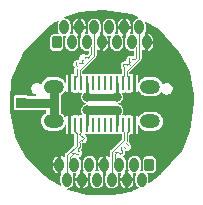
<source format=gbr>
%TF.GenerationSoftware,KiCad,Pcbnew,(6.0.2)*%
%TF.CreationDate,2022-05-27T15:10:42+03:00*%
%TF.ProjectId,TypeC_Bulgin_PCB,54797065-435f-4427-956c-67696e5f5043,rev?*%
%TF.SameCoordinates,Original*%
%TF.FileFunction,Copper,L1,Top*%
%TF.FilePolarity,Positive*%
%FSLAX46Y46*%
G04 Gerber Fmt 4.6, Leading zero omitted, Abs format (unit mm)*
G04 Created by KiCad (PCBNEW (6.0.2)) date 2022-05-27 15:10:42*
%MOMM*%
%LPD*%
G01*
G04 APERTURE LIST*
G04 Aperture macros list*
%AMRoundRect*
0 Rectangle with rounded corners*
0 $1 Rounding radius*
0 $2 $3 $4 $5 $6 $7 $8 $9 X,Y pos of 4 corners*
0 Add a 4 corners polygon primitive as box body*
4,1,4,$2,$3,$4,$5,$6,$7,$8,$9,$2,$3,0*
0 Add four circle primitives for the rounded corners*
1,1,$1+$1,$2,$3*
1,1,$1+$1,$4,$5*
1,1,$1+$1,$6,$7*
1,1,$1+$1,$8,$9*
0 Add four rect primitives between the rounded corners*
20,1,$1+$1,$2,$3,$4,$5,0*
20,1,$1+$1,$4,$5,$6,$7,0*
20,1,$1+$1,$6,$7,$8,$9,0*
20,1,$1+$1,$8,$9,$2,$3,0*%
G04 Aperture macros list end*
%TA.AperFunction,ComponentPad*%
%ADD10RoundRect,0.153846X-0.246154X0.396154X-0.246154X-0.396154X0.246154X-0.396154X0.246154X0.396154X0*%
%TD*%
%TA.AperFunction,ComponentPad*%
%ADD11O,0.800000X1.200000*%
%TD*%
%TA.AperFunction,SMDPad,CuDef*%
%ADD12R,0.270000X1.300000*%
%TD*%
%TA.AperFunction,ComponentPad*%
%ADD13O,1.700000X1.200000*%
%TD*%
%TA.AperFunction,ComponentPad*%
%ADD14RoundRect,0.153846X0.246154X-0.396154X0.246154X0.396154X-0.246154X0.396154X-0.246154X-0.396154X0*%
%TD*%
%TA.AperFunction,ComponentPad*%
%ADD15R,0.850000X0.850000*%
%TD*%
%TA.AperFunction,ViaPad*%
%ADD16C,0.800000*%
%TD*%
%TA.AperFunction,Conductor*%
%ADD17C,0.112000*%
%TD*%
%TA.AperFunction,Conductor*%
%ADD18C,0.250000*%
%TD*%
%TA.AperFunction,Conductor*%
%ADD19C,0.600000*%
%TD*%
%TA.AperFunction,Conductor*%
%ADD20C,0.800000*%
%TD*%
G04 APERTURE END LIST*
D10*
%TO.P,J3,1,Pin_1*%
%TO.N,VBUS*%
X155225000Y-92630000D03*
D11*
%TO.P,J3,2,Pin_2*%
X154590000Y-93900000D03*
%TO.P,J3,3,Pin_3*%
%TO.N,unconnected-(J3-Pad3)*%
X153955000Y-92630000D03*
%TO.P,J3,4,Pin_4*%
%TO.N,GND*%
X153320000Y-93900000D03*
%TO.P,J3,5,Pin_5*%
%TO.N,TX1+*%
X152685000Y-92630000D03*
%TO.P,J3,6,Pin_6*%
%TO.N,TX1-*%
X152050000Y-93900000D03*
%TO.P,J3,7,Pin_7*%
%TO.N,GND*%
X151415000Y-92630000D03*
%TO.P,J3,8,Pin_8*%
%TO.N,unconnected-(J3-Pad8)*%
X150780000Y-93900000D03*
%TO.P,J3,9,Pin_9*%
%TO.N,unconnected-(J3-Pad9)*%
X150145000Y-92630000D03*
%TO.P,J3,10,Pin_10*%
%TO.N,GND*%
X149510000Y-93900000D03*
%TO.P,J3,11,Pin_11*%
%TO.N,RX1-*%
X148875000Y-92630000D03*
%TO.P,J3,12,Pin_12*%
%TO.N,RX1+*%
X148240000Y-93900000D03*
%TO.P,J3,13,Pin_13*%
%TO.N,GND*%
X147605000Y-92630000D03*
%TD*%
D12*
%TO.P,J6,A1,GND*%
%TO.N,GND*%
X148450000Y-85750000D03*
%TO.P,J6,A2,TX1+*%
%TO.N,TX2+*%
X148950000Y-85750000D03*
%TO.P,J6,A3,TX1-*%
%TO.N,TX2-*%
X149450000Y-85750000D03*
%TO.P,J6,A4,VBUS*%
%TO.N,VBUS*%
X149950000Y-85750000D03*
%TO.P,J6,A5,CC1*%
%TO.N,unconnected-(J6-PadA5)*%
X150450000Y-85750000D03*
%TO.P,J6,A6,D+*%
%TO.N,unconnected-(J6-PadA6)*%
X150950000Y-85750000D03*
%TO.P,J6,A7,D-*%
%TO.N,unconnected-(J6-PadA7)*%
X151450000Y-85750000D03*
%TO.P,J6,A8,SBU1*%
%TO.N,unconnected-(J6-PadA8)*%
X151950000Y-85750000D03*
%TO.P,J6,A9,VBUS*%
%TO.N,VBUS*%
X152450000Y-85750000D03*
%TO.P,J6,A10,RX2-*%
%TO.N,RX2-*%
X152950000Y-85750000D03*
%TO.P,J6,A11,RX2+*%
%TO.N,RX2+*%
X153450000Y-85750000D03*
%TO.P,J6,A12,GND*%
%TO.N,GND*%
X153950000Y-85750000D03*
%TO.P,J6,B1,GND*%
X153950000Y-89250000D03*
%TO.P,J6,B2,TX2+*%
%TO.N,TX1+*%
X153450000Y-89250000D03*
%TO.P,J6,B3,TX2-*%
%TO.N,TX1-*%
X152950000Y-89250000D03*
%TO.P,J6,B4,VBUS*%
%TO.N,VBUS*%
X152450000Y-89250000D03*
%TO.P,J6,B5,CC2*%
%TO.N,unconnected-(J6-PadB5)*%
X151950000Y-89250000D03*
%TO.P,J6,B6,D+*%
%TO.N,unconnected-(J6-PadB6)*%
X151450000Y-89250000D03*
%TO.P,J6,B7,D-*%
%TO.N,unconnected-(J6-PadB7)*%
X150950000Y-89250000D03*
%TO.P,J6,B8,SBU2*%
%TO.N,unconnected-(J6-PadB8)*%
X150450000Y-89250000D03*
%TO.P,J6,B9,VBUS*%
%TO.N,VBUS*%
X149950000Y-89250000D03*
%TO.P,J6,B10,RX1-*%
%TO.N,RX1-*%
X149450000Y-89250000D03*
%TO.P,J6,B11,RX1+*%
%TO.N,RX1+*%
X148950000Y-89250000D03*
%TO.P,J6,B12,GND*%
%TO.N,GND*%
X148450000Y-89250000D03*
D13*
%TO.P,J6,S1,SHIELD*%
%TO.N,Net-(J1-Pad1)*%
X147100000Y-86030000D03*
X155300000Y-88970000D03*
X155300000Y-86030000D03*
X147100000Y-88970000D03*
%TD*%
D14*
%TO.P,J4,1,Pin_1*%
%TO.N,VBUS*%
X147360000Y-82280000D03*
D11*
%TO.P,J4,2,Pin_2*%
X147995000Y-81010000D03*
%TO.P,J4,3,Pin_3*%
%TO.N,unconnected-(J4-Pad3)*%
X148630000Y-82280000D03*
%TO.P,J4,4,Pin_4*%
%TO.N,GND*%
X149265000Y-81010000D03*
%TO.P,J4,5,Pin_5*%
%TO.N,TX2+*%
X149900000Y-82280000D03*
%TO.P,J4,6,Pin_6*%
%TO.N,TX2-*%
X150535000Y-81010000D03*
%TO.P,J4,7,Pin_7*%
%TO.N,GND*%
X151170000Y-82280000D03*
%TO.P,J4,8,Pin_8*%
%TO.N,unconnected-(J4-Pad8)*%
X151805000Y-81010000D03*
%TO.P,J4,9,Pin_9*%
%TO.N,unconnected-(J4-Pad9)*%
X152440000Y-82280000D03*
%TO.P,J4,10,Pin_10*%
%TO.N,GND*%
X153075000Y-81010000D03*
%TO.P,J4,11,Pin_11*%
%TO.N,RX2-*%
X153710000Y-82280000D03*
%TO.P,J4,12,Pin_12*%
%TO.N,RX2+*%
X154345000Y-81010000D03*
%TO.P,J4,13,Pin_13*%
%TO.N,GND*%
X154980000Y-82280000D03*
%TD*%
D15*
%TO.P,J1,1,Pin_1*%
%TO.N,Net-(J1-Pad1)*%
X144340000Y-87390000D03*
%TD*%
D16*
%TO.N,GND*%
X148380000Y-83650000D03*
X151870000Y-83730000D03*
X156280000Y-82500000D03*
X157240000Y-90380000D03*
X145260000Y-83710000D03*
X157380000Y-87610000D03*
X148260000Y-87920000D03*
X156690000Y-91890000D03*
X154260000Y-91360000D03*
X151000000Y-91020000D03*
X150630000Y-84380000D03*
X154710000Y-84590000D03*
X155390000Y-87500000D03*
X147580000Y-90750000D03*
X145970000Y-84880000D03*
X157080000Y-84480000D03*
X153080000Y-83220000D03*
X149930000Y-91430000D03*
X152080000Y-90590000D03*
X144390000Y-85500000D03*
X146310000Y-92670000D03*
X145860000Y-90850000D03*
X144460000Y-89200000D03*
X146120000Y-82470000D03*
%TO.N,VBUS*%
X149970000Y-88050000D03*
X149960000Y-86890000D03*
X152440000Y-86900000D03*
X152460000Y-88070000D03*
%TD*%
D17*
%TO.N,RX1-*%
X149319500Y-90772500D02*
X149319500Y-90822500D01*
X149319500Y-91119500D02*
X149213435Y-91225565D01*
X149213435Y-91463153D02*
X149258690Y-91508408D01*
X149021104Y-91745996D02*
X149021102Y-91745997D01*
X149450000Y-89840000D02*
X149319500Y-89970500D01*
X149319500Y-90822500D02*
X149319500Y-91119500D01*
X148479001Y-91959999D02*
X148479001Y-92234001D01*
X148738260Y-91700743D02*
X148738259Y-91700742D01*
X148479001Y-92234001D02*
X148875000Y-92630000D01*
X148632193Y-91806807D02*
X148479001Y-91959999D01*
X149319500Y-89970500D02*
X149319500Y-90100500D01*
X149551500Y-90604500D02*
X149487500Y-90604500D01*
X149450000Y-89250000D02*
X149450000Y-89840000D01*
X148738259Y-91700742D02*
X148632193Y-91806807D01*
X149021102Y-91745997D02*
X148975848Y-91700743D01*
X149487500Y-90268500D02*
X149551500Y-90268500D01*
X149258690Y-91745996D02*
G75*
G03*
X149258690Y-91508408I-118794J118794D01*
G01*
X149719500Y-90436500D02*
G75*
G03*
X149551500Y-90268500I-168000J0D01*
G01*
X149021104Y-91745996D02*
G75*
G03*
X149258690Y-91745996I118793J118788D01*
G01*
X149487500Y-90268500D02*
G75*
G02*
X149319500Y-90100500I0J168000D01*
G01*
X149213435Y-91463153D02*
G75*
G02*
X149213435Y-91225565I118794J118794D01*
G01*
X149319500Y-90772500D02*
G75*
G02*
X149487500Y-90604500I168000J0D01*
G01*
X149551500Y-90604500D02*
G75*
G03*
X149719500Y-90436500I0J168000D01*
G01*
X148738260Y-91700743D02*
G75*
G02*
X148975848Y-91700743I118794J-118794D01*
G01*
%TO.N,RX1+*%
X148240000Y-91861000D02*
X149080000Y-91021000D01*
X148950000Y-89840000D02*
X148950000Y-89250000D01*
X148240000Y-93900000D02*
X148240000Y-91861000D01*
X149080000Y-89970000D02*
X148950000Y-89840000D01*
X149080000Y-91021000D02*
X149080000Y-89970000D01*
%TO.N,TX1-*%
X152950000Y-89765000D02*
X153080500Y-89895500D01*
X153080500Y-90570500D02*
X152050000Y-91601000D01*
X152950000Y-89250000D02*
X152950000Y-89765000D01*
X153080500Y-89895500D02*
X153080500Y-90570500D01*
X152050000Y-91601000D02*
X152050000Y-93900000D01*
%TO.N,TX1+*%
X152689083Y-91702202D02*
X152606736Y-91619855D01*
X152844323Y-91382265D02*
X152926671Y-91464613D01*
X153319500Y-90907088D02*
X153401848Y-90989436D01*
X152289001Y-92234001D02*
X152685000Y-92630000D01*
X152369147Y-91619854D02*
X152289001Y-91699999D01*
X152844324Y-91144677D02*
X152844323Y-91144677D01*
X153164262Y-91227024D02*
X153164260Y-91227025D01*
X152689085Y-91702201D02*
X152689083Y-91702202D01*
X152369148Y-91619855D02*
X152369147Y-91619854D01*
X153450000Y-89250000D02*
X153450000Y-89765000D01*
X152844325Y-91144678D02*
X152844324Y-91144677D01*
X152289001Y-91699999D02*
X152289001Y-92234001D01*
X153319500Y-89895500D02*
X153319500Y-90669500D01*
X153164260Y-91227025D02*
X153081913Y-91144678D01*
X153450000Y-89765000D02*
X153319500Y-89895500D01*
X152369148Y-91619855D02*
G75*
G02*
X152606736Y-91619855I118794J-118794D01*
G01*
X153319500Y-90907088D02*
G75*
G02*
X153319500Y-90669500I118794J118794D01*
G01*
X153164262Y-91227024D02*
G75*
G03*
X153401848Y-91227024I118793J118788D01*
G01*
X152844323Y-91382265D02*
G75*
G02*
X152844323Y-91144677I118794J118794D01*
G01*
X152844325Y-91144678D02*
G75*
G02*
X153081913Y-91144678I118794J-118794D01*
G01*
X153401848Y-91227024D02*
G75*
G03*
X153401848Y-90989436I-118794J118794D01*
G01*
X152926671Y-91702201D02*
G75*
G03*
X152926671Y-91464613I-118794J118794D01*
G01*
X152689085Y-91702201D02*
G75*
G03*
X152926671Y-91702201I118793J118788D01*
G01*
D18*
%TO.N,VBUS*%
X152450000Y-89250000D02*
X152450000Y-88080000D01*
X152450000Y-88080000D02*
X152460000Y-88070000D01*
D19*
X149960000Y-88040000D02*
X149970000Y-88050000D01*
D20*
X149970000Y-88050000D02*
X152440000Y-88050000D01*
D18*
X149950000Y-88070000D02*
X149970000Y-88050000D01*
X149950000Y-85750000D02*
X149950000Y-86880000D01*
X149950000Y-89250000D02*
X149950000Y-88070000D01*
X149950000Y-86880000D02*
X149960000Y-86890000D01*
D19*
X152430000Y-86890000D02*
X152440000Y-86900000D01*
D20*
X152440000Y-88050000D02*
X152460000Y-88070000D01*
D18*
X152450000Y-85750000D02*
X152450000Y-86890000D01*
D19*
X149960000Y-86890000D02*
X152430000Y-86890000D01*
D18*
X152450000Y-86890000D02*
X152440000Y-86900000D01*
D17*
%TO.N,RX2-*%
X154105999Y-82675999D02*
X153710000Y-82280000D01*
X153555678Y-84185191D02*
X153555677Y-84185190D01*
X153555677Y-84185190D02*
X153555677Y-84185189D01*
X153272835Y-84139936D02*
X153318090Y-84185191D01*
X153080500Y-84422780D02*
X153080501Y-84422778D01*
X153748012Y-83664759D02*
X153793267Y-83710014D01*
X153555678Y-83947601D02*
X153510424Y-83902347D01*
X154030855Y-83710014D02*
X154030854Y-83710013D01*
X152950000Y-85235000D02*
X153080500Y-85104500D01*
X154105999Y-83634867D02*
X154105999Y-82675999D01*
X153080500Y-85104500D02*
X153080500Y-84660366D01*
X153555677Y-83947603D02*
X153555678Y-83947601D01*
X154030854Y-83710013D02*
X154105999Y-83634867D01*
X152950000Y-85750000D02*
X152950000Y-85235000D01*
X153080501Y-84422778D02*
X153035247Y-84377524D01*
X153555678Y-84185191D02*
G75*
G02*
X153318090Y-84185191I-118794J118794D01*
G01*
X153035247Y-84139936D02*
G75*
G03*
X153035247Y-84377524I118794J-118794D01*
G01*
X154030855Y-83710014D02*
G75*
G02*
X153793267Y-83710014I-118794J118794D01*
G01*
X153510424Y-83664759D02*
G75*
G03*
X153510424Y-83902347I118794J-118794D01*
G01*
X153272835Y-84139936D02*
G75*
G03*
X153035247Y-84139936I-118794J-118794D01*
G01*
X153080500Y-84422780D02*
G75*
G02*
X153080500Y-84660366I-118788J-118793D01*
G01*
X153555677Y-83947603D02*
G75*
G02*
X153555677Y-84185189I-118788J-118793D01*
G01*
X153748012Y-83664759D02*
G75*
G03*
X153510424Y-83664759I-118794J-118794D01*
G01*
%TO.N,RX2+*%
X153450000Y-85235000D02*
X153319500Y-85104500D01*
X154345000Y-83695000D02*
X154345000Y-81010000D01*
X153450000Y-85750000D02*
X153450000Y-85235000D01*
X153319500Y-85104500D02*
X153319500Y-84720500D01*
X153319500Y-84720500D02*
X154345000Y-83695000D01*
%TO.N,TX2-*%
X149450000Y-85235000D02*
X149319500Y-85104500D01*
X150535000Y-83406250D02*
X150535000Y-81010000D01*
X149450000Y-85750000D02*
X149450000Y-85235000D01*
X149319500Y-84621750D02*
X150535000Y-83406250D01*
X149319500Y-85104500D02*
X149319500Y-84621750D01*
%TO.N,TX2+*%
X149555678Y-83809985D02*
X149510424Y-83764731D01*
X149080500Y-85104500D02*
X149080500Y-84522750D01*
X150295999Y-82675999D02*
X149900000Y-82280000D01*
X149080500Y-84285164D02*
X149080501Y-84285162D01*
X148950000Y-85750000D02*
X148950000Y-85235000D01*
X148950000Y-85235000D02*
X149080500Y-85104500D01*
X150030855Y-83572398D02*
X150030854Y-83572397D01*
X149555677Y-84047574D02*
X149555677Y-84047573D01*
X150030854Y-83572397D02*
X150136919Y-83466331D01*
X149555678Y-84047575D02*
X149555677Y-84047574D01*
X150136919Y-83466331D02*
X150295999Y-83307251D01*
X150295999Y-83307251D02*
X150295999Y-82675999D01*
X149080501Y-84285162D02*
X149035247Y-84239908D01*
X149272835Y-84002320D02*
X149318090Y-84047575D01*
X149555677Y-83809987D02*
X149555678Y-83809985D01*
X149748012Y-83527143D02*
X149793267Y-83572398D01*
X150030855Y-83572398D02*
G75*
G02*
X149793267Y-83572398I-118794J118794D01*
G01*
X149510424Y-83527143D02*
G75*
G03*
X149510424Y-83764731I118794J-118794D01*
G01*
X149272835Y-84002320D02*
G75*
G03*
X149035247Y-84002320I-118794J-118794D01*
G01*
X149080500Y-84285164D02*
G75*
G02*
X149080500Y-84522750I-118788J-118793D01*
G01*
X149555678Y-84047575D02*
G75*
G02*
X149318090Y-84047575I-118794J118794D01*
G01*
X149748012Y-83527143D02*
G75*
G03*
X149510424Y-83527143I-118794J-118794D01*
G01*
X149555677Y-83809987D02*
G75*
G02*
X149555677Y-84047573I-118788J-118793D01*
G01*
X149035247Y-84002320D02*
G75*
G03*
X149035247Y-84239908I118794J-118794D01*
G01*
D20*
%TO.N,Net-(J1-Pad1)*%
X147100000Y-87350000D02*
X147100000Y-86030000D01*
X147100000Y-87430000D02*
X147100000Y-88970000D01*
X147060000Y-87390000D02*
X147100000Y-87350000D01*
X144340000Y-87390000D02*
X147060000Y-87390000D01*
X147060000Y-87390000D02*
X147100000Y-87430000D01*
%TD*%
%TA.AperFunction,Conductor*%
%TO.N,GND*%
G36*
X154918837Y-80529515D02*
G01*
X155892613Y-81056006D01*
X155905635Y-81066225D01*
X157713388Y-83063271D01*
X157805457Y-83164981D01*
X157813011Y-83176059D01*
X158617030Y-84794024D01*
X158621263Y-84806559D01*
X158812672Y-85800824D01*
X158978982Y-86664714D01*
X158979846Y-86675376D01*
X158960480Y-87353183D01*
X158940264Y-88060785D01*
X158940086Y-88067001D01*
X158939549Y-88072964D01*
X158680895Y-89774115D01*
X158677722Y-89785499D01*
X158052847Y-91294128D01*
X158014839Y-91385889D01*
X158012005Y-91391637D01*
X157946841Y-91504505D01*
X157945765Y-91506368D01*
X157939726Y-91514675D01*
X156175828Y-93471350D01*
X156152960Y-93496717D01*
X156146496Y-93502703D01*
X155355434Y-94112951D01*
X155351471Y-94115708D01*
X155215466Y-94200693D01*
X155178477Y-94206883D01*
X155147946Y-94185105D01*
X155140500Y-94159139D01*
X155140500Y-93662215D01*
X155136155Y-93630492D01*
X155125659Y-93553878D01*
X155125206Y-93550568D01*
X155093544Y-93477402D01*
X155066632Y-93415211D01*
X155066631Y-93415210D01*
X155065305Y-93412145D01*
X155063203Y-93409550D01*
X155061472Y-93406691D01*
X155062565Y-93406029D01*
X155053190Y-93374377D01*
X155071085Y-93341419D01*
X155101921Y-93330500D01*
X155509186Y-93330499D01*
X155516374Y-93330499D01*
X155542907Y-93327343D01*
X155546264Y-93325852D01*
X155546267Y-93325851D01*
X155642389Y-93283155D01*
X155642390Y-93283154D01*
X155646524Y-93281318D01*
X155649719Y-93278117D01*
X155649721Y-93278116D01*
X155720155Y-93207558D01*
X155726624Y-93201078D01*
X155730802Y-93191629D01*
X155741709Y-93166956D01*
X155772468Y-93097382D01*
X155775500Y-93071375D01*
X155775499Y-92188626D01*
X155772343Y-92162093D01*
X155764845Y-92145211D01*
X155728155Y-92062611D01*
X155728154Y-92062610D01*
X155726318Y-92058476D01*
X155723117Y-92055281D01*
X155723116Y-92055279D01*
X155649592Y-91981884D01*
X155646078Y-91978376D01*
X155641573Y-91976384D01*
X155594458Y-91955555D01*
X155542382Y-91932532D01*
X155538726Y-91932106D01*
X155538723Y-91932105D01*
X155529175Y-91930992D01*
X155516375Y-91929500D01*
X155228050Y-91929500D01*
X154933626Y-91929501D01*
X154907093Y-91932657D01*
X154903736Y-91934148D01*
X154903733Y-91934149D01*
X154807611Y-91976845D01*
X154807610Y-91976846D01*
X154803476Y-91978682D01*
X154800281Y-91981883D01*
X154800279Y-91981884D01*
X154790117Y-91992064D01*
X154723376Y-92058922D01*
X154677532Y-92162618D01*
X154674500Y-92188625D01*
X154674501Y-93071374D01*
X154674672Y-93072809D01*
X154674672Y-93072814D01*
X154677419Y-93095911D01*
X154667260Y-93132012D01*
X154634549Y-93150355D01*
X154625176Y-93150566D01*
X154555109Y-93145420D01*
X154497066Y-93157124D01*
X154460265Y-93149904D01*
X154439348Y-93118777D01*
X154445736Y-93083271D01*
X154460876Y-93058852D01*
X154460878Y-93058848D01*
X154462635Y-93056014D01*
X154485846Y-92976122D01*
X154503997Y-92913647D01*
X154503997Y-92913645D01*
X154504715Y-92911175D01*
X154505500Y-92900485D01*
X154505500Y-92392215D01*
X154501155Y-92360492D01*
X154490659Y-92283878D01*
X154490206Y-92280568D01*
X154458544Y-92207402D01*
X154431632Y-92145211D01*
X154431631Y-92145210D01*
X154430305Y-92142145D01*
X154335386Y-92024930D01*
X154212442Y-91937558D01*
X154209302Y-91936427D01*
X154209299Y-91936426D01*
X154073674Y-91887598D01*
X154073673Y-91887598D01*
X154070532Y-91886467D01*
X154067204Y-91886223D01*
X154067201Y-91886222D01*
X153987468Y-91880367D01*
X153920109Y-91875420D01*
X153916836Y-91876080D01*
X153916835Y-91876080D01*
X153775533Y-91904572D01*
X153775530Y-91904573D01*
X153772257Y-91905233D01*
X153769281Y-91906749D01*
X153769279Y-91906750D01*
X153640848Y-91972188D01*
X153640845Y-91972190D01*
X153637868Y-91973707D01*
X153635408Y-91975969D01*
X153632458Y-91978682D01*
X153526844Y-92075799D01*
X153525085Y-92078636D01*
X153456889Y-92188626D01*
X153447365Y-92203986D01*
X153446434Y-92207189D01*
X153446434Y-92207190D01*
X153446373Y-92207402D01*
X153405285Y-92348825D01*
X153405097Y-92351389D01*
X153405096Y-92351393D01*
X153404823Y-92355122D01*
X153404500Y-92359515D01*
X153404500Y-92867785D01*
X153404726Y-92869432D01*
X153404726Y-92869438D01*
X153410092Y-92908607D01*
X153419794Y-92979432D01*
X153466288Y-93086872D01*
X153470474Y-93096546D01*
X153471063Y-93134044D01*
X153458330Y-93147183D01*
X153460379Y-93149047D01*
X153445000Y-93165949D01*
X153445000Y-93765253D01*
X153447855Y-93772145D01*
X153454747Y-93775000D01*
X153860253Y-93775000D01*
X153867145Y-93772145D01*
X153870000Y-93765253D01*
X153870000Y-93663922D01*
X153869774Y-93660598D01*
X153855173Y-93554014D01*
X153853393Y-93547637D01*
X153808168Y-93443128D01*
X153807579Y-93405630D01*
X153833678Y-93378698D01*
X153856725Y-93374800D01*
X153989891Y-93384580D01*
X154047934Y-93372876D01*
X154084735Y-93380096D01*
X154105652Y-93411223D01*
X154099264Y-93446729D01*
X154084124Y-93471148D01*
X154084122Y-93471152D01*
X154082365Y-93473986D01*
X154081434Y-93477189D01*
X154081434Y-93477190D01*
X154047840Y-93592822D01*
X154040285Y-93618825D01*
X154040097Y-93621389D01*
X154040096Y-93621393D01*
X154039891Y-93624188D01*
X154039500Y-93629515D01*
X154039500Y-94137785D01*
X154039726Y-94139432D01*
X154039726Y-94139438D01*
X154045083Y-94178540D01*
X154054794Y-94249432D01*
X154056121Y-94252498D01*
X154056121Y-94252499D01*
X154086548Y-94322810D01*
X154114695Y-94387855D01*
X154209614Y-94505070D01*
X154269926Y-94547932D01*
X154299832Y-94569185D01*
X154319761Y-94600954D01*
X154311388Y-94637511D01*
X154290626Y-94654217D01*
X154139875Y-94718329D01*
X153920464Y-94811641D01*
X153918046Y-94812594D01*
X153716734Y-94885866D01*
X153642835Y-94912763D01*
X153639597Y-94913815D01*
X153427641Y-94974593D01*
X153112824Y-95064865D01*
X153109506Y-95065692D01*
X152941001Y-95101509D01*
X152936813Y-95102211D01*
X151822991Y-95239631D01*
X151816991Y-95240000D01*
X150258661Y-95240000D01*
X150251841Y-95239523D01*
X149963040Y-95198934D01*
X149958225Y-95198010D01*
X148689948Y-94887987D01*
X148684824Y-94886433D01*
X148292574Y-94743666D01*
X148264924Y-94718329D01*
X148263288Y-94680862D01*
X148288625Y-94653212D01*
X148299648Y-94649588D01*
X148419467Y-94625428D01*
X148419470Y-94625427D01*
X148422743Y-94624767D01*
X148425719Y-94623251D01*
X148425721Y-94623250D01*
X148554152Y-94557812D01*
X148554155Y-94557810D01*
X148557132Y-94556293D01*
X148668156Y-94454201D01*
X148747635Y-94326014D01*
X148748566Y-94322810D01*
X148788997Y-94183647D01*
X148788997Y-94183645D01*
X148789715Y-94181175D01*
X148789909Y-94178540D01*
X148790433Y-94171392D01*
X148790500Y-94170485D01*
X148790500Y-94136078D01*
X148960000Y-94136078D01*
X148960226Y-94139402D01*
X148974827Y-94245986D01*
X148976607Y-94252363D01*
X149033800Y-94384528D01*
X149037229Y-94390190D01*
X149127858Y-94502107D01*
X149132681Y-94506636D01*
X149250069Y-94590060D01*
X149255934Y-94593126D01*
X149375829Y-94636291D01*
X149383282Y-94635940D01*
X149385000Y-94634051D01*
X149385000Y-94626152D01*
X149635000Y-94626152D01*
X149637855Y-94633044D01*
X149641556Y-94634577D01*
X149689302Y-94624950D01*
X149695555Y-94622773D01*
X149823864Y-94557397D01*
X149829304Y-94553616D01*
X149935309Y-94456139D01*
X149939526Y-94451042D01*
X150015414Y-94328646D01*
X150018106Y-94322598D01*
X150058498Y-94183567D01*
X150059403Y-94178540D01*
X150059933Y-94171319D01*
X150060000Y-94169508D01*
X150060000Y-94034747D01*
X150057145Y-94027855D01*
X150050253Y-94025000D01*
X149644747Y-94025000D01*
X149637855Y-94027855D01*
X149635000Y-94034747D01*
X149635000Y-94626152D01*
X149385000Y-94626152D01*
X149385000Y-94034747D01*
X149382145Y-94027855D01*
X149375253Y-94025000D01*
X148969747Y-94025000D01*
X148962855Y-94027855D01*
X148960000Y-94034747D01*
X148960000Y-94136078D01*
X148790500Y-94136078D01*
X148790500Y-93662215D01*
X148786155Y-93630492D01*
X148775659Y-93553878D01*
X148775206Y-93550568D01*
X148754493Y-93502703D01*
X148728731Y-93443170D01*
X148728142Y-93405672D01*
X148754241Y-93378740D01*
X148777290Y-93374842D01*
X148822322Y-93378149D01*
X148909891Y-93384580D01*
X148968608Y-93372740D01*
X149005408Y-93379960D01*
X149026325Y-93411087D01*
X149019937Y-93446593D01*
X149004587Y-93471350D01*
X149001894Y-93477402D01*
X148961502Y-93616433D01*
X148960597Y-93621460D01*
X148960067Y-93628681D01*
X148960000Y-93630492D01*
X148960000Y-93765253D01*
X148962855Y-93772145D01*
X148969747Y-93775000D01*
X149375253Y-93775000D01*
X149382145Y-93772145D01*
X149385000Y-93765253D01*
X149385000Y-93173848D01*
X149382145Y-93166956D01*
X149381090Y-93166519D01*
X149354572Y-93140000D01*
X149354572Y-93102497D01*
X149358197Y-93095428D01*
X149359255Y-93093723D01*
X149374521Y-93069101D01*
X149380878Y-93058848D01*
X149380878Y-93058847D01*
X149382635Y-93056014D01*
X149405846Y-92976122D01*
X149423997Y-92913647D01*
X149423997Y-92913645D01*
X149424715Y-92911175D01*
X149425500Y-92900485D01*
X149425500Y-92867785D01*
X149594500Y-92867785D01*
X149594726Y-92869432D01*
X149594726Y-92869438D01*
X149600092Y-92908607D01*
X149609794Y-92979432D01*
X149656288Y-93086872D01*
X149660474Y-93096546D01*
X149661063Y-93134044D01*
X149648330Y-93147183D01*
X149650379Y-93149047D01*
X149635000Y-93165949D01*
X149635000Y-93765253D01*
X149637855Y-93772145D01*
X149644747Y-93775000D01*
X150050253Y-93775000D01*
X150057145Y-93772145D01*
X150060000Y-93765253D01*
X150060000Y-93663922D01*
X150059774Y-93660598D01*
X150045173Y-93554014D01*
X150043393Y-93547637D01*
X149998168Y-93443128D01*
X149997579Y-93405630D01*
X150023678Y-93378698D01*
X150046725Y-93374800D01*
X150179891Y-93384580D01*
X150237934Y-93372876D01*
X150274735Y-93380096D01*
X150295652Y-93411223D01*
X150289264Y-93446729D01*
X150274124Y-93471148D01*
X150274122Y-93471152D01*
X150272365Y-93473986D01*
X150271434Y-93477189D01*
X150271434Y-93477190D01*
X150237840Y-93592822D01*
X150230285Y-93618825D01*
X150230097Y-93621389D01*
X150230096Y-93621393D01*
X150229891Y-93624188D01*
X150229500Y-93629515D01*
X150229500Y-94137785D01*
X150229726Y-94139432D01*
X150229726Y-94139438D01*
X150235083Y-94178540D01*
X150244794Y-94249432D01*
X150246121Y-94252498D01*
X150246121Y-94252499D01*
X150276548Y-94322810D01*
X150304695Y-94387855D01*
X150399614Y-94505070D01*
X150522558Y-94592442D01*
X150525698Y-94593573D01*
X150525701Y-94593574D01*
X150661326Y-94642402D01*
X150661327Y-94642402D01*
X150664468Y-94643533D01*
X150667796Y-94643777D01*
X150667799Y-94643778D01*
X150746917Y-94649588D01*
X150814891Y-94654580D01*
X150818164Y-94653920D01*
X150818165Y-94653920D01*
X150959467Y-94625428D01*
X150959470Y-94625427D01*
X150962743Y-94624767D01*
X150965719Y-94623251D01*
X150965721Y-94623250D01*
X151094152Y-94557812D01*
X151094155Y-94557810D01*
X151097132Y-94556293D01*
X151208156Y-94454201D01*
X151287635Y-94326014D01*
X151288566Y-94322810D01*
X151328997Y-94183647D01*
X151328997Y-94183645D01*
X151329715Y-94181175D01*
X151329909Y-94178540D01*
X151330433Y-94171392D01*
X151330500Y-94170485D01*
X151330500Y-93662215D01*
X151326155Y-93630492D01*
X151315659Y-93553878D01*
X151315206Y-93550568D01*
X151264526Y-93433453D01*
X151263937Y-93395956D01*
X151276670Y-93382817D01*
X151274621Y-93380953D01*
X151290000Y-93364051D01*
X151290000Y-92764747D01*
X151287145Y-92757855D01*
X151280253Y-92755000D01*
X150874747Y-92755000D01*
X150867855Y-92757855D01*
X150865000Y-92764747D01*
X150865000Y-92866078D01*
X150865226Y-92869402D01*
X150879827Y-92975986D01*
X150881607Y-92982363D01*
X150926832Y-93086872D01*
X150927421Y-93124370D01*
X150901322Y-93151302D01*
X150878275Y-93155200D01*
X150745109Y-93145420D01*
X150687066Y-93157124D01*
X150650265Y-93149904D01*
X150629348Y-93118777D01*
X150635736Y-93083271D01*
X150650876Y-93058852D01*
X150650878Y-93058848D01*
X150652635Y-93056014D01*
X150675846Y-92976122D01*
X150693997Y-92913647D01*
X150693997Y-92913645D01*
X150694715Y-92911175D01*
X150695500Y-92900485D01*
X150695500Y-92495253D01*
X150865000Y-92495253D01*
X150867855Y-92502145D01*
X150874747Y-92505000D01*
X151280253Y-92505000D01*
X151287145Y-92502145D01*
X151290000Y-92495253D01*
X151290000Y-91903848D01*
X151287145Y-91896956D01*
X151283444Y-91895423D01*
X151235698Y-91905050D01*
X151229445Y-91907227D01*
X151101136Y-91972603D01*
X151095696Y-91976384D01*
X150989691Y-92073861D01*
X150985474Y-92078958D01*
X150909586Y-92201354D01*
X150906894Y-92207402D01*
X150866502Y-92346433D01*
X150865597Y-92351460D01*
X150865067Y-92358681D01*
X150865000Y-92360492D01*
X150865000Y-92495253D01*
X150695500Y-92495253D01*
X150695500Y-92392215D01*
X150691155Y-92360492D01*
X150680659Y-92283878D01*
X150680206Y-92280568D01*
X150648544Y-92207402D01*
X150621632Y-92145211D01*
X150621631Y-92145210D01*
X150620305Y-92142145D01*
X150525386Y-92024930D01*
X150402442Y-91937558D01*
X150399302Y-91936427D01*
X150399299Y-91936426D01*
X150263674Y-91887598D01*
X150263673Y-91887598D01*
X150260532Y-91886467D01*
X150257204Y-91886223D01*
X150257201Y-91886222D01*
X150177468Y-91880367D01*
X150110109Y-91875420D01*
X150106836Y-91876080D01*
X150106835Y-91876080D01*
X149965533Y-91904572D01*
X149965530Y-91904573D01*
X149962257Y-91905233D01*
X149959281Y-91906749D01*
X149959279Y-91906750D01*
X149830848Y-91972188D01*
X149830845Y-91972190D01*
X149827868Y-91973707D01*
X149825408Y-91975969D01*
X149822458Y-91978682D01*
X149716844Y-92075799D01*
X149715085Y-92078636D01*
X149646889Y-92188626D01*
X149637365Y-92203986D01*
X149636434Y-92207189D01*
X149636434Y-92207190D01*
X149636373Y-92207402D01*
X149595285Y-92348825D01*
X149595097Y-92351389D01*
X149595096Y-92351393D01*
X149594823Y-92355122D01*
X149594500Y-92359515D01*
X149594500Y-92867785D01*
X149425500Y-92867785D01*
X149425500Y-92392215D01*
X149421155Y-92360492D01*
X149410659Y-92283878D01*
X149410206Y-92280568D01*
X149378544Y-92207402D01*
X149351632Y-92145211D01*
X149351631Y-92145210D01*
X149350305Y-92142145D01*
X149272300Y-92045817D01*
X149261648Y-92009858D01*
X149279543Y-91976900D01*
X149291628Y-91969710D01*
X149328765Y-91954327D01*
X149387138Y-91909535D01*
X149391039Y-91906832D01*
X149393611Y-91905228D01*
X149393612Y-91905227D01*
X149405581Y-91897762D01*
X149407940Y-91896291D01*
X149408463Y-91895769D01*
X149408466Y-91895766D01*
X149419015Y-91878981D01*
X149421624Y-91875232D01*
X149465066Y-91818617D01*
X149467022Y-91816068D01*
X149504757Y-91724966D01*
X149517628Y-91627202D01*
X149504757Y-91529438D01*
X149467022Y-91438336D01*
X149430364Y-91390563D01*
X149422236Y-91379970D01*
X149419531Y-91376068D01*
X149415337Y-91369342D01*
X149409182Y-91332347D01*
X149422268Y-91308767D01*
X149434702Y-91296333D01*
X149442077Y-91291106D01*
X149442063Y-91291089D01*
X149446384Y-91287652D01*
X149451355Y-91285265D01*
X149471963Y-91259496D01*
X149475583Y-91255452D01*
X149481981Y-91249054D01*
X149486622Y-91241671D01*
X149489838Y-91237145D01*
X149506752Y-91215995D01*
X149510197Y-91211687D01*
X149511433Y-91206310D01*
X149513514Y-91202006D01*
X149514891Y-91198692D01*
X149516472Y-91194177D01*
X149519408Y-91189506D01*
X149523070Y-91157113D01*
X149524007Y-91151635D01*
X149525378Y-91145674D01*
X149525379Y-91145668D01*
X149526000Y-91142966D01*
X149526000Y-91133962D01*
X149526310Y-91128457D01*
X149529372Y-91101374D01*
X149529992Y-91095889D01*
X149528172Y-91090677D01*
X149527601Y-91085589D01*
X149526000Y-91076149D01*
X149526000Y-90861209D01*
X149540352Y-90826561D01*
X149564105Y-90813436D01*
X149570827Y-90811903D01*
X149575326Y-90811095D01*
X149616784Y-90805637D01*
X149649264Y-90801361D01*
X149740366Y-90763626D01*
X149818597Y-90703597D01*
X149826755Y-90692966D01*
X149876670Y-90627915D01*
X149878626Y-90625366D01*
X149916361Y-90534264D01*
X149925965Y-90461319D01*
X149926811Y-90456652D01*
X149930684Y-90439943D01*
X149930685Y-90439937D01*
X149931310Y-90437239D01*
X149931311Y-90436500D01*
X149929287Y-90427626D01*
X149926902Y-90417172D01*
X149926094Y-90412669D01*
X149916780Y-90341919D01*
X149916361Y-90338736D01*
X149878626Y-90247634D01*
X149818597Y-90169403D01*
X149778159Y-90138373D01*
X149759407Y-90105896D01*
X149769114Y-90069671D01*
X149801592Y-90050919D01*
X149807988Y-90050500D01*
X150099820Y-90050500D01*
X150143722Y-90041767D01*
X150172777Y-90022353D01*
X150209559Y-90015037D01*
X150227222Y-90022353D01*
X150256278Y-90041767D01*
X150300180Y-90050500D01*
X150599820Y-90050500D01*
X150643722Y-90041767D01*
X150672777Y-90022353D01*
X150709559Y-90015037D01*
X150727222Y-90022353D01*
X150756278Y-90041767D01*
X150800180Y-90050500D01*
X151099820Y-90050500D01*
X151143722Y-90041767D01*
X151172777Y-90022353D01*
X151209559Y-90015037D01*
X151227222Y-90022353D01*
X151256278Y-90041767D01*
X151300180Y-90050500D01*
X151599820Y-90050500D01*
X151643722Y-90041767D01*
X151672777Y-90022353D01*
X151709559Y-90015037D01*
X151727222Y-90022353D01*
X151756278Y-90041767D01*
X151800180Y-90050500D01*
X152099820Y-90050500D01*
X152143722Y-90041767D01*
X152172777Y-90022353D01*
X152209559Y-90015037D01*
X152227222Y-90022353D01*
X152256278Y-90041767D01*
X152300180Y-90050500D01*
X152599820Y-90050500D01*
X152643722Y-90041767D01*
X152672777Y-90022353D01*
X152709559Y-90015037D01*
X152727222Y-90022353D01*
X152756278Y-90041767D01*
X152800180Y-90050500D01*
X152825000Y-90050500D01*
X152859648Y-90064852D01*
X152874000Y-90099500D01*
X152874000Y-90464669D01*
X152859648Y-90499317D01*
X151934798Y-91424167D01*
X151927423Y-91429394D01*
X151927437Y-91429411D01*
X151923116Y-91432848D01*
X151918145Y-91435235D01*
X151912637Y-91442123D01*
X151897537Y-91461004D01*
X151893917Y-91465048D01*
X151887520Y-91471445D01*
X151886057Y-91473772D01*
X151886055Y-91473775D01*
X151882879Y-91478828D01*
X151879662Y-91483355D01*
X151862748Y-91504505D01*
X151859303Y-91508813D01*
X151858067Y-91514190D01*
X151855986Y-91518494D01*
X151854609Y-91521808D01*
X151853028Y-91526323D01*
X151850092Y-91530994D01*
X151849472Y-91536476D01*
X151849472Y-91536477D01*
X151846430Y-91563386D01*
X151845493Y-91568865D01*
X151844122Y-91574826D01*
X151844121Y-91574832D01*
X151843500Y-91577534D01*
X151843500Y-91586538D01*
X151843190Y-91592043D01*
X151839508Y-91624610D01*
X151841328Y-91629822D01*
X151841899Y-91634910D01*
X151843500Y-91644350D01*
X151843500Y-91964800D01*
X151829148Y-91999448D01*
X151794500Y-92013800D01*
X151766115Y-92004741D01*
X151674931Y-91939940D01*
X151669066Y-91936874D01*
X151549171Y-91893709D01*
X151541718Y-91894060D01*
X151540000Y-91895949D01*
X151540000Y-93356152D01*
X151542855Y-93363044D01*
X151543910Y-93363481D01*
X151570428Y-93390000D01*
X151570428Y-93427503D01*
X151566805Y-93434568D01*
X151559265Y-93446729D01*
X151544125Y-93471148D01*
X151542365Y-93473986D01*
X151541434Y-93477189D01*
X151541434Y-93477190D01*
X151507840Y-93592822D01*
X151500285Y-93618825D01*
X151500097Y-93621389D01*
X151500096Y-93621393D01*
X151499891Y-93624188D01*
X151499500Y-93629515D01*
X151499500Y-94137785D01*
X151499726Y-94139432D01*
X151499726Y-94139438D01*
X151505083Y-94178540D01*
X151514794Y-94249432D01*
X151516121Y-94252498D01*
X151516121Y-94252499D01*
X151546548Y-94322810D01*
X151574695Y-94387855D01*
X151669614Y-94505070D01*
X151792558Y-94592442D01*
X151795698Y-94593573D01*
X151795701Y-94593574D01*
X151931326Y-94642402D01*
X151931327Y-94642402D01*
X151934468Y-94643533D01*
X151937796Y-94643777D01*
X151937799Y-94643778D01*
X152016917Y-94649588D01*
X152084891Y-94654580D01*
X152088164Y-94653920D01*
X152088165Y-94653920D01*
X152229467Y-94625428D01*
X152229470Y-94625427D01*
X152232743Y-94624767D01*
X152235719Y-94623251D01*
X152235721Y-94623250D01*
X152364152Y-94557812D01*
X152364155Y-94557810D01*
X152367132Y-94556293D01*
X152478156Y-94454201D01*
X152557635Y-94326014D01*
X152558566Y-94322810D01*
X152598997Y-94183647D01*
X152598997Y-94183645D01*
X152599715Y-94181175D01*
X152599909Y-94178540D01*
X152600433Y-94171392D01*
X152600500Y-94170485D01*
X152600500Y-94136078D01*
X152770000Y-94136078D01*
X152770226Y-94139402D01*
X152784827Y-94245986D01*
X152786607Y-94252363D01*
X152843800Y-94384528D01*
X152847229Y-94390190D01*
X152937858Y-94502107D01*
X152942681Y-94506636D01*
X153060069Y-94590060D01*
X153065934Y-94593126D01*
X153185829Y-94636291D01*
X153193282Y-94635940D01*
X153195000Y-94634051D01*
X153195000Y-94626152D01*
X153445000Y-94626152D01*
X153447855Y-94633044D01*
X153451556Y-94634577D01*
X153499302Y-94624950D01*
X153505555Y-94622773D01*
X153633864Y-94557397D01*
X153639304Y-94553616D01*
X153745309Y-94456139D01*
X153749526Y-94451042D01*
X153825414Y-94328646D01*
X153828106Y-94322598D01*
X153868498Y-94183567D01*
X153869403Y-94178540D01*
X153869933Y-94171319D01*
X153870000Y-94169508D01*
X153870000Y-94034747D01*
X153867145Y-94027855D01*
X153860253Y-94025000D01*
X153454747Y-94025000D01*
X153447855Y-94027855D01*
X153445000Y-94034747D01*
X153445000Y-94626152D01*
X153195000Y-94626152D01*
X153195000Y-94034747D01*
X153192145Y-94027855D01*
X153185253Y-94025000D01*
X152779747Y-94025000D01*
X152772855Y-94027855D01*
X152770000Y-94034747D01*
X152770000Y-94136078D01*
X152600500Y-94136078D01*
X152600500Y-93662215D01*
X152596155Y-93630492D01*
X152585659Y-93553878D01*
X152585206Y-93550568D01*
X152564493Y-93502703D01*
X152538731Y-93443170D01*
X152538142Y-93405672D01*
X152564241Y-93378740D01*
X152587290Y-93374842D01*
X152632322Y-93378149D01*
X152719891Y-93384580D01*
X152778608Y-93372740D01*
X152815408Y-93379960D01*
X152836325Y-93411087D01*
X152829937Y-93446593D01*
X152814587Y-93471350D01*
X152811894Y-93477402D01*
X152771502Y-93616433D01*
X152770597Y-93621460D01*
X152770067Y-93628681D01*
X152770000Y-93630492D01*
X152770000Y-93765253D01*
X152772855Y-93772145D01*
X152779747Y-93775000D01*
X153185253Y-93775000D01*
X153192145Y-93772145D01*
X153195000Y-93765253D01*
X153195000Y-93173848D01*
X153192145Y-93166956D01*
X153191090Y-93166519D01*
X153164572Y-93140000D01*
X153164572Y-93102497D01*
X153168197Y-93095428D01*
X153169255Y-93093723D01*
X153184521Y-93069101D01*
X153190878Y-93058848D01*
X153190878Y-93058847D01*
X153192635Y-93056014D01*
X153215846Y-92976122D01*
X153233997Y-92913647D01*
X153233997Y-92913645D01*
X153234715Y-92911175D01*
X153235500Y-92900485D01*
X153235500Y-92392215D01*
X153231155Y-92360492D01*
X153220659Y-92283878D01*
X153220206Y-92280568D01*
X153188544Y-92207402D01*
X153161632Y-92145211D01*
X153161631Y-92145210D01*
X153160305Y-92142145D01*
X153065386Y-92024930D01*
X153006424Y-91983028D01*
X152986496Y-91951260D01*
X152994869Y-91914703D01*
X153004980Y-91904214D01*
X153055119Y-91865740D01*
X153059020Y-91863037D01*
X153061592Y-91861433D01*
X153061593Y-91861432D01*
X153073562Y-91853967D01*
X153075921Y-91852496D01*
X153076444Y-91851974D01*
X153076447Y-91851971D01*
X153086996Y-91835186D01*
X153089605Y-91831437D01*
X153124138Y-91786433D01*
X153135003Y-91772273D01*
X153172738Y-91681171D01*
X153185609Y-91583407D01*
X153179170Y-91534500D01*
X153188876Y-91498276D01*
X153221355Y-91479524D01*
X153234145Y-91479524D01*
X153283055Y-91485963D01*
X153286238Y-91485544D01*
X153377639Y-91473511D01*
X153377640Y-91473511D01*
X153380821Y-91473092D01*
X153384798Y-91471445D01*
X153468958Y-91436583D01*
X153471923Y-91435355D01*
X153530296Y-91390563D01*
X153534197Y-91387860D01*
X153536769Y-91386256D01*
X153536770Y-91386255D01*
X153548739Y-91378790D01*
X153551098Y-91377319D01*
X153551621Y-91376797D01*
X153551624Y-91376794D01*
X153562173Y-91360009D01*
X153564782Y-91356260D01*
X153608224Y-91299645D01*
X153610180Y-91297096D01*
X153647915Y-91205994D01*
X153660786Y-91108230D01*
X153647915Y-91010466D01*
X153610180Y-90919364D01*
X153584623Y-90886058D01*
X153565394Y-90860998D01*
X153562691Y-90857098D01*
X153553618Y-90842549D01*
X153553612Y-90842541D01*
X153552143Y-90840186D01*
X153551621Y-90839663D01*
X153536072Y-90829890D01*
X153527499Y-90823052D01*
X153519542Y-90815095D01*
X153505190Y-90780447D01*
X153509202Y-90762932D01*
X153510197Y-90761687D01*
X153511434Y-90756307D01*
X153513836Y-90751339D01*
X153513840Y-90751341D01*
X153514511Y-90749728D01*
X153514507Y-90749727D01*
X153516340Y-90744523D01*
X153519285Y-90739855D01*
X153523029Y-90707246D01*
X153523953Y-90701867D01*
X153526000Y-90692966D01*
X153526000Y-90684175D01*
X153526320Y-90678586D01*
X153529403Y-90651738D01*
X153529403Y-90651737D01*
X153530032Y-90646257D01*
X153528223Y-90641047D01*
X153527746Y-90636727D01*
X153526000Y-90626379D01*
X153526000Y-90099500D01*
X153540352Y-90064852D01*
X153575000Y-90050500D01*
X153599820Y-90050500D01*
X153643722Y-90041767D01*
X153673226Y-90022053D01*
X153710008Y-90014737D01*
X153727672Y-90022053D01*
X153752461Y-90038616D01*
X153761206Y-90042238D01*
X153797859Y-90049529D01*
X153802635Y-90050000D01*
X153815253Y-90050000D01*
X153822145Y-90047145D01*
X153825000Y-90040253D01*
X153825000Y-90040252D01*
X154075000Y-90040252D01*
X154077855Y-90047144D01*
X154084747Y-90049999D01*
X154097370Y-90049999D01*
X154102130Y-90049530D01*
X154138795Y-90042238D01*
X154147539Y-90038617D01*
X154189133Y-90010824D01*
X154195824Y-90004133D01*
X154223616Y-89962539D01*
X154227238Y-89953794D01*
X154234529Y-89917141D01*
X154235000Y-89912365D01*
X154235000Y-89346197D01*
X154249352Y-89311549D01*
X154284000Y-89297197D01*
X154318648Y-89311549D01*
X154325734Y-89320521D01*
X154415206Y-89465955D01*
X154417121Y-89467911D01*
X154417123Y-89467913D01*
X154538941Y-89592310D01*
X154538944Y-89592312D01*
X154540859Y-89594268D01*
X154691817Y-89691554D01*
X154799683Y-89730814D01*
X154858003Y-89752041D01*
X154858005Y-89752041D01*
X154860578Y-89752978D01*
X154999283Y-89770500D01*
X155595155Y-89770500D01*
X155596506Y-89770348D01*
X155596514Y-89770348D01*
X155725754Y-89755851D01*
X155725755Y-89755851D01*
X155728472Y-89755546D01*
X155766696Y-89742235D01*
X155895484Y-89697387D01*
X155895487Y-89697385D01*
X155898073Y-89696485D01*
X155905965Y-89691554D01*
X156048050Y-89602769D01*
X156048051Y-89602768D01*
X156050375Y-89601316D01*
X156057473Y-89594268D01*
X156175860Y-89476703D01*
X156177807Y-89474770D01*
X156274037Y-89323136D01*
X156281619Y-89301845D01*
X156333362Y-89156532D01*
X156334281Y-89153951D01*
X156355545Y-88975624D01*
X156336773Y-88797017D01*
X156278897Y-88627007D01*
X156194103Y-88489176D01*
X156186229Y-88476377D01*
X156186227Y-88476375D01*
X156184794Y-88474045D01*
X156174269Y-88463297D01*
X156061059Y-88347690D01*
X156061056Y-88347688D01*
X156059141Y-88345732D01*
X156035005Y-88330177D01*
X155929370Y-88262100D01*
X155908183Y-88248446D01*
X155765908Y-88196662D01*
X155741997Y-88187959D01*
X155741995Y-88187959D01*
X155739422Y-88187022D01*
X155600717Y-88169500D01*
X155004845Y-88169500D01*
X155003494Y-88169652D01*
X155003486Y-88169652D01*
X154874246Y-88184149D01*
X154874245Y-88184149D01*
X154871528Y-88184454D01*
X154868940Y-88185355D01*
X154868941Y-88185355D01*
X154704516Y-88242613D01*
X154704513Y-88242615D01*
X154701927Y-88243515D01*
X154699604Y-88244966D01*
X154699603Y-88244967D01*
X154551950Y-88337231D01*
X154549625Y-88338684D01*
X154547682Y-88340613D01*
X154547680Y-88340615D01*
X154520978Y-88367132D01*
X154422193Y-88465230D01*
X154325963Y-88616864D01*
X154324827Y-88616143D01*
X154299955Y-88638151D01*
X154262522Y-88635864D01*
X154237670Y-88607778D01*
X154234999Y-88591822D01*
X154234999Y-88587630D01*
X154234530Y-88582870D01*
X154227238Y-88546205D01*
X154223617Y-88537461D01*
X154195824Y-88495867D01*
X154189133Y-88489176D01*
X154147539Y-88461384D01*
X154138794Y-88457762D01*
X154102141Y-88450471D01*
X154097365Y-88450000D01*
X154084747Y-88450000D01*
X154077855Y-88452855D01*
X154075000Y-88459747D01*
X154075000Y-90040252D01*
X153825000Y-90040252D01*
X153825000Y-88459748D01*
X153822145Y-88452856D01*
X153815253Y-88450001D01*
X153802630Y-88450001D01*
X153797870Y-88450470D01*
X153761205Y-88457762D01*
X153752461Y-88461384D01*
X153727672Y-88477947D01*
X153690889Y-88485263D01*
X153673226Y-88477947D01*
X153672777Y-88477647D01*
X153643722Y-88458233D01*
X153599820Y-88449500D01*
X153300180Y-88449500D01*
X153256278Y-88458233D01*
X153227223Y-88477647D01*
X153190441Y-88484963D01*
X153172777Y-88477647D01*
X153143722Y-88458233D01*
X153099820Y-88449500D01*
X152962052Y-88449500D01*
X152927404Y-88435148D01*
X152913052Y-88400500D01*
X152923178Y-88370671D01*
X152938905Y-88350175D01*
X152938907Y-88350171D01*
X152940861Y-88347625D01*
X152942260Y-88344249D01*
X152946234Y-88334652D01*
X152950692Y-88326285D01*
X152958437Y-88314629D01*
X152958438Y-88314627D01*
X152960285Y-88311847D01*
X152976452Y-88262093D01*
X152977781Y-88258491D01*
X152981329Y-88249927D01*
X152996330Y-88213709D01*
X152998574Y-88196660D01*
X153000554Y-88187914D01*
X153005861Y-88171582D01*
X153005862Y-88171578D01*
X153006894Y-88168401D01*
X153008951Y-88119327D01*
X153009326Y-88114994D01*
X153012859Y-88088165D01*
X153015250Y-88070000D01*
X153012594Y-88049825D01*
X153012218Y-88041377D01*
X153013070Y-88021041D01*
X153013210Y-88017706D01*
X153002724Y-87972999D01*
X153001848Y-87968206D01*
X152996749Y-87929471D01*
X152996748Y-87929468D01*
X152996330Y-87926291D01*
X152987336Y-87904577D01*
X152984906Y-87897032D01*
X152978768Y-87870864D01*
X152977156Y-87867931D01*
X152958182Y-87833416D01*
X152955851Y-87828563D01*
X152945820Y-87804348D01*
X152940861Y-87792375D01*
X152924641Y-87771237D01*
X152920576Y-87765013D01*
X152907343Y-87740942D01*
X152906106Y-87738692D01*
X152899103Y-87730578D01*
X152877048Y-87708523D01*
X152872822Y-87703705D01*
X152854573Y-87679923D01*
X152852621Y-87677379D01*
X152842502Y-87669614D01*
X152831012Y-87660797D01*
X152824774Y-87655090D01*
X152796465Y-87624305D01*
X152796461Y-87624302D01*
X152794201Y-87621844D01*
X152791366Y-87620087D01*
X152791361Y-87620082D01*
X152754127Y-87596997D01*
X152750337Y-87594393D01*
X152712783Y-87565888D01*
X152692415Y-87557824D01*
X152684632Y-87553909D01*
X152668858Y-87544128D01*
X152668856Y-87544127D01*
X152666014Y-87542365D01*
X152620744Y-87529213D01*
X152616380Y-87527719D01*
X152599349Y-87520976D01*
X152572417Y-87494877D01*
X152571828Y-87457379D01*
X152598636Y-87430147D01*
X152598991Y-87430000D01*
X152717625Y-87380861D01*
X152832621Y-87292621D01*
X152920861Y-87177625D01*
X152976330Y-87043709D01*
X152995250Y-86900000D01*
X152976330Y-86756291D01*
X152920861Y-86622375D01*
X152921089Y-86622281D01*
X152916420Y-86586818D01*
X152939250Y-86557065D01*
X152963750Y-86550500D01*
X153099820Y-86550500D01*
X153143722Y-86541767D01*
X153172777Y-86522353D01*
X153209559Y-86515037D01*
X153227222Y-86522353D01*
X153256278Y-86541767D01*
X153300180Y-86550500D01*
X153599820Y-86550500D01*
X153643722Y-86541767D01*
X153673226Y-86522053D01*
X153710008Y-86514737D01*
X153727672Y-86522053D01*
X153752461Y-86538616D01*
X153761206Y-86542238D01*
X153797859Y-86549529D01*
X153802635Y-86550000D01*
X153815253Y-86550000D01*
X153822145Y-86547145D01*
X153825000Y-86540253D01*
X153825000Y-86540252D01*
X154075000Y-86540252D01*
X154077855Y-86547144D01*
X154084747Y-86549999D01*
X154097370Y-86549999D01*
X154102130Y-86549530D01*
X154138795Y-86542238D01*
X154147539Y-86538617D01*
X154189133Y-86510824D01*
X154195824Y-86504133D01*
X154223616Y-86462539D01*
X154227238Y-86453794D01*
X154234529Y-86417141D01*
X154235000Y-86412365D01*
X154235000Y-86406197D01*
X154249352Y-86371549D01*
X154284000Y-86357197D01*
X154318648Y-86371549D01*
X154325735Y-86380522D01*
X154408305Y-86514737D01*
X154415206Y-86525955D01*
X154417121Y-86527911D01*
X154417123Y-86527913D01*
X154538941Y-86652310D01*
X154538944Y-86652312D01*
X154540859Y-86654268D01*
X154543159Y-86655751D01*
X154543160Y-86655751D01*
X154629813Y-86711595D01*
X154691817Y-86751554D01*
X154766716Y-86778815D01*
X154858003Y-86812041D01*
X154858005Y-86812041D01*
X154860578Y-86812978D01*
X154999283Y-86830500D01*
X155595155Y-86830500D01*
X155596506Y-86830348D01*
X155596514Y-86830348D01*
X155725754Y-86815851D01*
X155725755Y-86815851D01*
X155728472Y-86815546D01*
X155766696Y-86802235D01*
X155895484Y-86757387D01*
X155895487Y-86757385D01*
X155898073Y-86756485D01*
X155905965Y-86751554D01*
X156048050Y-86662769D01*
X156048051Y-86662768D01*
X156050375Y-86661316D01*
X156057473Y-86654268D01*
X156162471Y-86549999D01*
X156177807Y-86534770D01*
X156207306Y-86488287D01*
X156237989Y-86466723D01*
X156274934Y-86473171D01*
X156290118Y-86488395D01*
X156314930Y-86527720D01*
X156422388Y-86622623D01*
X156425546Y-86624106D01*
X156425548Y-86624107D01*
X156485618Y-86652310D01*
X156552163Y-86683553D01*
X156661009Y-86700500D01*
X156735940Y-86700500D01*
X156737664Y-86700253D01*
X156737666Y-86700253D01*
X156809111Y-86690021D01*
X156841918Y-86685323D01*
X156972428Y-86625984D01*
X156976617Y-86622375D01*
X157078391Y-86534680D01*
X157078393Y-86534678D01*
X157081037Y-86532400D01*
X157159015Y-86412095D01*
X157200093Y-86274739D01*
X157200969Y-86131376D01*
X157161572Y-85993529D01*
X157085070Y-85872280D01*
X156977612Y-85777377D01*
X156974454Y-85775894D01*
X156974452Y-85775893D01*
X156900317Y-85741087D01*
X156847837Y-85716447D01*
X156738991Y-85699500D01*
X156664060Y-85699500D01*
X156662336Y-85699747D01*
X156662334Y-85699747D01*
X156590889Y-85709979D01*
X156558082Y-85714677D01*
X156427572Y-85774016D01*
X156391556Y-85805050D01*
X156390502Y-85805958D01*
X156354885Y-85817703D01*
X156321396Y-85800824D01*
X156312130Y-85784629D01*
X156308517Y-85774016D01*
X156278897Y-85687007D01*
X156184794Y-85534045D01*
X156174269Y-85523297D01*
X156061059Y-85407690D01*
X156061056Y-85407688D01*
X156059141Y-85405732D01*
X155908183Y-85308446D01*
X155800317Y-85269186D01*
X155741997Y-85247959D01*
X155741995Y-85247959D01*
X155739422Y-85247022D01*
X155600717Y-85229500D01*
X155004845Y-85229500D01*
X155003494Y-85229652D01*
X155003486Y-85229652D01*
X154874246Y-85244149D01*
X154874245Y-85244149D01*
X154871528Y-85244454D01*
X154868940Y-85245355D01*
X154868941Y-85245355D01*
X154704516Y-85302613D01*
X154704513Y-85302615D01*
X154701927Y-85303515D01*
X154699604Y-85304966D01*
X154699603Y-85304967D01*
X154551950Y-85397231D01*
X154549625Y-85398684D01*
X154547682Y-85400613D01*
X154547680Y-85400615D01*
X154540556Y-85407690D01*
X154422193Y-85525230D01*
X154325963Y-85676864D01*
X154324830Y-85676145D01*
X154299940Y-85698155D01*
X154262508Y-85695856D01*
X154237665Y-85667762D01*
X154234999Y-85651821D01*
X154234999Y-85087630D01*
X154234530Y-85082870D01*
X154227238Y-85046205D01*
X154223617Y-85037461D01*
X154195824Y-84995867D01*
X154189133Y-84989176D01*
X154147539Y-84961384D01*
X154138794Y-84957762D01*
X154102141Y-84950471D01*
X154097365Y-84950000D01*
X154084747Y-84950000D01*
X154077855Y-84952855D01*
X154075000Y-84959747D01*
X154075000Y-86540252D01*
X153825000Y-86540252D01*
X153825000Y-84959748D01*
X153822145Y-84952856D01*
X153815253Y-84950001D01*
X153802630Y-84950001D01*
X153797870Y-84950470D01*
X153761205Y-84957762D01*
X153752461Y-84961384D01*
X153727672Y-84977947D01*
X153690889Y-84985263D01*
X153673226Y-84977947D01*
X153672777Y-84977647D01*
X153643722Y-84958233D01*
X153599820Y-84949500D01*
X153575000Y-84949500D01*
X153540352Y-84935148D01*
X153526000Y-84900500D01*
X153526000Y-84826332D01*
X153540352Y-84791684D01*
X154460202Y-83871833D01*
X154467577Y-83866606D01*
X154467563Y-83866589D01*
X154471884Y-83863152D01*
X154476855Y-83860765D01*
X154497463Y-83834996D01*
X154501083Y-83830952D01*
X154507480Y-83824555D01*
X154508943Y-83822228D01*
X154508945Y-83822225D01*
X154512121Y-83817172D01*
X154515338Y-83812645D01*
X154532252Y-83791495D01*
X154532252Y-83791494D01*
X154535697Y-83787187D01*
X154536933Y-83781810D01*
X154539014Y-83777506D01*
X154540391Y-83774192D01*
X154541972Y-83769677D01*
X154544908Y-83765006D01*
X154548570Y-83732613D01*
X154549507Y-83727135D01*
X154550878Y-83721174D01*
X154550879Y-83721168D01*
X154551500Y-83718466D01*
X154551500Y-83709462D01*
X154551810Y-83703957D01*
X154554872Y-83676875D01*
X154554872Y-83676874D01*
X154555492Y-83671390D01*
X154553672Y-83666178D01*
X154553101Y-83661090D01*
X154551500Y-83651650D01*
X154551500Y-82945200D01*
X154565852Y-82910552D01*
X154600500Y-82896200D01*
X154628885Y-82905259D01*
X154720069Y-82970060D01*
X154725934Y-82973126D01*
X154845829Y-83016291D01*
X154853282Y-83015940D01*
X154855000Y-83014051D01*
X154855000Y-83006152D01*
X155105000Y-83006152D01*
X155107855Y-83013044D01*
X155111556Y-83014577D01*
X155159302Y-83004950D01*
X155165555Y-83002773D01*
X155293864Y-82937397D01*
X155299304Y-82933616D01*
X155405309Y-82836139D01*
X155409526Y-82831042D01*
X155485414Y-82708646D01*
X155488106Y-82702598D01*
X155528498Y-82563567D01*
X155529403Y-82558540D01*
X155529933Y-82551319D01*
X155530000Y-82549508D01*
X155530000Y-82414747D01*
X155527145Y-82407855D01*
X155520253Y-82405000D01*
X155114747Y-82405000D01*
X155107855Y-82407855D01*
X155105000Y-82414747D01*
X155105000Y-83006152D01*
X154855000Y-83006152D01*
X154855000Y-82145253D01*
X155105000Y-82145253D01*
X155107855Y-82152145D01*
X155114747Y-82155000D01*
X155520253Y-82155000D01*
X155527145Y-82152145D01*
X155530000Y-82145253D01*
X155530000Y-82043922D01*
X155529774Y-82040598D01*
X155515173Y-81934014D01*
X155513393Y-81927637D01*
X155456200Y-81795472D01*
X155452771Y-81789810D01*
X155362142Y-81677893D01*
X155357319Y-81673364D01*
X155239931Y-81589940D01*
X155234066Y-81586874D01*
X155114171Y-81543709D01*
X155106718Y-81544060D01*
X155105000Y-81545949D01*
X155105000Y-82145253D01*
X154855000Y-82145253D01*
X154855000Y-81553848D01*
X154852145Y-81546956D01*
X154851090Y-81546519D01*
X154824572Y-81520000D01*
X154824572Y-81482497D01*
X154828197Y-81475428D01*
X154835651Y-81463407D01*
X154844521Y-81449101D01*
X154850878Y-81438848D01*
X154850878Y-81438847D01*
X154852635Y-81436014D01*
X154853566Y-81432810D01*
X154893997Y-81293647D01*
X154893997Y-81293645D01*
X154894715Y-81291175D01*
X154894909Y-81288540D01*
X154895433Y-81281392D01*
X154895500Y-81280485D01*
X154895500Y-80772215D01*
X154891155Y-80740492D01*
X154880659Y-80663878D01*
X154880206Y-80660568D01*
X154850569Y-80592081D01*
X154849980Y-80554583D01*
X154876079Y-80527651D01*
X154913577Y-80527062D01*
X154918837Y-80529515D01*
G37*
%TD.AperFunction*%
%TA.AperFunction,Conductor*%
G36*
X151286786Y-79511127D02*
G01*
X153714196Y-79914096D01*
X153722930Y-79916389D01*
X153908939Y-79984091D01*
X153915485Y-79987033D01*
X154077561Y-80074662D01*
X154265165Y-80176094D01*
X154288816Y-80205196D01*
X154284962Y-80242501D01*
X154255859Y-80266153D01*
X154251547Y-80267228D01*
X154162257Y-80285233D01*
X154159281Y-80286749D01*
X154159279Y-80286750D01*
X154030848Y-80352188D01*
X154030845Y-80352190D01*
X154027868Y-80353707D01*
X153916844Y-80455799D01*
X153915085Y-80458636D01*
X153853230Y-80558399D01*
X153837365Y-80583986D01*
X153836434Y-80587189D01*
X153836434Y-80587190D01*
X153814115Y-80664014D01*
X153795285Y-80728825D01*
X153795097Y-80731389D01*
X153795096Y-80731393D01*
X153794823Y-80735122D01*
X153794500Y-80739515D01*
X153794500Y-81247785D01*
X153794726Y-81249432D01*
X153794726Y-81249438D01*
X153800083Y-81288540D01*
X153809794Y-81359432D01*
X153811121Y-81362498D01*
X153811121Y-81362499D01*
X153856269Y-81466830D01*
X153856858Y-81504328D01*
X153830759Y-81531260D01*
X153807710Y-81535158D01*
X153754630Y-81531260D01*
X153675109Y-81525420D01*
X153616392Y-81537260D01*
X153579592Y-81530040D01*
X153558675Y-81498913D01*
X153565063Y-81463407D01*
X153580413Y-81438650D01*
X153583106Y-81432598D01*
X153623498Y-81293567D01*
X153624403Y-81288540D01*
X153624933Y-81281319D01*
X153625000Y-81279508D01*
X153625000Y-81144747D01*
X153622145Y-81137855D01*
X153615253Y-81135000D01*
X153209747Y-81135000D01*
X153202855Y-81137855D01*
X153200000Y-81144747D01*
X153200000Y-81736152D01*
X153202855Y-81743044D01*
X153203910Y-81743481D01*
X153230428Y-81770000D01*
X153230428Y-81807503D01*
X153226805Y-81814568D01*
X153221498Y-81823128D01*
X153204125Y-81851148D01*
X153202365Y-81853986D01*
X153201434Y-81857189D01*
X153201434Y-81857190D01*
X153179115Y-81934014D01*
X153160285Y-81998825D01*
X153159500Y-82009515D01*
X153159500Y-82517785D01*
X153159726Y-82519432D01*
X153159726Y-82519438D01*
X153165083Y-82558540D01*
X153174794Y-82629432D01*
X153176121Y-82632498D01*
X153176121Y-82632499D01*
X153227293Y-82750749D01*
X153234695Y-82767855D01*
X153329614Y-82885070D01*
X153452558Y-82972442D01*
X153455698Y-82973573D01*
X153455701Y-82973574D01*
X153591326Y-83022402D01*
X153591327Y-83022402D01*
X153594468Y-83023533D01*
X153597796Y-83023777D01*
X153597799Y-83023778D01*
X153677532Y-83029633D01*
X153744891Y-83034580D01*
X153748164Y-83033920D01*
X153748165Y-83033920D01*
X153840814Y-83015238D01*
X153877615Y-83022458D01*
X153898532Y-83053586D01*
X153899499Y-83063271D01*
X153899499Y-83419537D01*
X153885147Y-83454185D01*
X153850499Y-83468537D01*
X153823727Y-83459448D01*
X153823415Y-83459989D01*
X153820693Y-83458417D01*
X153820666Y-83458408D01*
X153818084Y-83456427D01*
X153726982Y-83418692D01*
X153629218Y-83405821D01*
X153531454Y-83418692D01*
X153440352Y-83456427D01*
X153437806Y-83458381D01*
X153437803Y-83458383D01*
X153381979Y-83501219D01*
X153378077Y-83503923D01*
X153368356Y-83509985D01*
X153363538Y-83512989D01*
X153363534Y-83512992D01*
X153361174Y-83514464D01*
X153360651Y-83514986D01*
X153360160Y-83515768D01*
X153350098Y-83531776D01*
X153347503Y-83535507D01*
X153302092Y-83594687D01*
X153264357Y-83685789D01*
X153251486Y-83783553D01*
X153257735Y-83831014D01*
X153257925Y-83832460D01*
X153248218Y-83868685D01*
X153215740Y-83887437D01*
X153202950Y-83887437D01*
X153154041Y-83880998D01*
X153056277Y-83893869D01*
X152965175Y-83931604D01*
X152962626Y-83933560D01*
X152906802Y-83976396D01*
X152902909Y-83979095D01*
X152885997Y-83989641D01*
X152885474Y-83990163D01*
X152884003Y-83992503D01*
X152884001Y-83992506D01*
X152874928Y-84006941D01*
X152872316Y-84010697D01*
X152826915Y-84069864D01*
X152789180Y-84160966D01*
X152776309Y-84258730D01*
X152789180Y-84356494D01*
X152826915Y-84447596D01*
X152828871Y-84450145D01*
X152871701Y-84505962D01*
X152874404Y-84509862D01*
X152884951Y-84526774D01*
X152883623Y-84527602D01*
X152892580Y-84558967D01*
X152889967Y-84567974D01*
X152889803Y-84568179D01*
X152889405Y-84569911D01*
X152888983Y-84571745D01*
X152888619Y-84572620D01*
X152888017Y-84574694D01*
X152886165Y-84578525D01*
X152886161Y-84578523D01*
X152885490Y-84580135D01*
X152885494Y-84580136D01*
X152883662Y-84585339D01*
X152880716Y-84590007D01*
X152880086Y-84595490D01*
X152880086Y-84595491D01*
X152876972Y-84622612D01*
X152876047Y-84627999D01*
X152874000Y-84636900D01*
X152874000Y-84645690D01*
X152873680Y-84651279D01*
X152869968Y-84683605D01*
X152871777Y-84688816D01*
X152872254Y-84693134D01*
X152874000Y-84703482D01*
X152874000Y-84900500D01*
X152859648Y-84935148D01*
X152825000Y-84949500D01*
X152800180Y-84949500D01*
X152756278Y-84958233D01*
X152727223Y-84977647D01*
X152690441Y-84984963D01*
X152672777Y-84977647D01*
X152643722Y-84958233D01*
X152599820Y-84949500D01*
X152300180Y-84949500D01*
X152256278Y-84958233D01*
X152227223Y-84977647D01*
X152190441Y-84984963D01*
X152172777Y-84977647D01*
X152143722Y-84958233D01*
X152099820Y-84949500D01*
X151800180Y-84949500D01*
X151756278Y-84958233D01*
X151727223Y-84977647D01*
X151690441Y-84984963D01*
X151672777Y-84977647D01*
X151643722Y-84958233D01*
X151599820Y-84949500D01*
X151300180Y-84949500D01*
X151256278Y-84958233D01*
X151227223Y-84977647D01*
X151190441Y-84984963D01*
X151172777Y-84977647D01*
X151143722Y-84958233D01*
X151099820Y-84949500D01*
X150800180Y-84949500D01*
X150756278Y-84958233D01*
X150727223Y-84977647D01*
X150690441Y-84984963D01*
X150672777Y-84977647D01*
X150643722Y-84958233D01*
X150599820Y-84949500D01*
X150300180Y-84949500D01*
X150256278Y-84958233D01*
X150227223Y-84977647D01*
X150190441Y-84984963D01*
X150172777Y-84977647D01*
X150143722Y-84958233D01*
X150099820Y-84949500D01*
X149800180Y-84949500D01*
X149756278Y-84958233D01*
X149727223Y-84977647D01*
X149690441Y-84984963D01*
X149672777Y-84977647D01*
X149643722Y-84958233D01*
X149599820Y-84949500D01*
X149575000Y-84949500D01*
X149540352Y-84935148D01*
X149526000Y-84900500D01*
X149526000Y-84727582D01*
X149540352Y-84692934D01*
X150650202Y-83583083D01*
X150657577Y-83577856D01*
X150657563Y-83577839D01*
X150661884Y-83574402D01*
X150666855Y-83572015D01*
X150687463Y-83546246D01*
X150691083Y-83542202D01*
X150697481Y-83535804D01*
X150702122Y-83528421D01*
X150705338Y-83523895D01*
X150722252Y-83502745D01*
X150725697Y-83498437D01*
X150726933Y-83493060D01*
X150729014Y-83488756D01*
X150730391Y-83485442D01*
X150731972Y-83480927D01*
X150734908Y-83476256D01*
X150738570Y-83443863D01*
X150739507Y-83438385D01*
X150740878Y-83432424D01*
X150740879Y-83432418D01*
X150741500Y-83429716D01*
X150741500Y-83420712D01*
X150741810Y-83415207D01*
X150744872Y-83388124D01*
X150745492Y-83382639D01*
X150743672Y-83377427D01*
X150743101Y-83372339D01*
X150741500Y-83362899D01*
X150741500Y-82945200D01*
X150755852Y-82910552D01*
X150790500Y-82896200D01*
X150818885Y-82905259D01*
X150910069Y-82970060D01*
X150915934Y-82973126D01*
X151035829Y-83016291D01*
X151043282Y-83015940D01*
X151045000Y-83014051D01*
X151045000Y-83006152D01*
X151295000Y-83006152D01*
X151297855Y-83013044D01*
X151301556Y-83014577D01*
X151349302Y-83004950D01*
X151355555Y-83002773D01*
X151483864Y-82937397D01*
X151489304Y-82933616D01*
X151595309Y-82836139D01*
X151599526Y-82831042D01*
X151675414Y-82708646D01*
X151678106Y-82702598D01*
X151718498Y-82563567D01*
X151719403Y-82558540D01*
X151719933Y-82551319D01*
X151720000Y-82549508D01*
X151720000Y-82414747D01*
X151717145Y-82407855D01*
X151710253Y-82405000D01*
X151304747Y-82405000D01*
X151297855Y-82407855D01*
X151295000Y-82414747D01*
X151295000Y-83006152D01*
X151045000Y-83006152D01*
X151045000Y-81553848D01*
X151042145Y-81546956D01*
X151041090Y-81546519D01*
X151014572Y-81520000D01*
X151014572Y-81482497D01*
X151018197Y-81475428D01*
X151025651Y-81463407D01*
X151034521Y-81449101D01*
X151040878Y-81438848D01*
X151040878Y-81438847D01*
X151042635Y-81436014D01*
X151043566Y-81432810D01*
X151083997Y-81293647D01*
X151083997Y-81293645D01*
X151084715Y-81291175D01*
X151084909Y-81288540D01*
X151085433Y-81281392D01*
X151085500Y-81280485D01*
X151085500Y-81247785D01*
X151254500Y-81247785D01*
X151254726Y-81249432D01*
X151254726Y-81249438D01*
X151260083Y-81288540D01*
X151269794Y-81359432D01*
X151316288Y-81466872D01*
X151320474Y-81476546D01*
X151321063Y-81514044D01*
X151308330Y-81527183D01*
X151310379Y-81529047D01*
X151295000Y-81545949D01*
X151295000Y-82145253D01*
X151297855Y-82152145D01*
X151304747Y-82155000D01*
X151710253Y-82155000D01*
X151717145Y-82152145D01*
X151720000Y-82145253D01*
X151720000Y-82043922D01*
X151719774Y-82040598D01*
X151705173Y-81934014D01*
X151703393Y-81927637D01*
X151658168Y-81823128D01*
X151657579Y-81785630D01*
X151683678Y-81758698D01*
X151706725Y-81754800D01*
X151839891Y-81764580D01*
X151897934Y-81752876D01*
X151934735Y-81760096D01*
X151955652Y-81791223D01*
X151949264Y-81826729D01*
X151934124Y-81851148D01*
X151934122Y-81851152D01*
X151932365Y-81853986D01*
X151931434Y-81857189D01*
X151931434Y-81857190D01*
X151909115Y-81934014D01*
X151890285Y-81998825D01*
X151889500Y-82009515D01*
X151889500Y-82517785D01*
X151889726Y-82519432D01*
X151889726Y-82519438D01*
X151895083Y-82558540D01*
X151904794Y-82629432D01*
X151906121Y-82632498D01*
X151906121Y-82632499D01*
X151957293Y-82750749D01*
X151964695Y-82767855D01*
X152059614Y-82885070D01*
X152182558Y-82972442D01*
X152185698Y-82973573D01*
X152185701Y-82973574D01*
X152321326Y-83022402D01*
X152321327Y-83022402D01*
X152324468Y-83023533D01*
X152327796Y-83023777D01*
X152327799Y-83023778D01*
X152407532Y-83029633D01*
X152474891Y-83034580D01*
X152478164Y-83033920D01*
X152478165Y-83033920D01*
X152619467Y-83005428D01*
X152619470Y-83005427D01*
X152622743Y-83004767D01*
X152625719Y-83003251D01*
X152625721Y-83003250D01*
X152754152Y-82937812D01*
X152754155Y-82937810D01*
X152757132Y-82936293D01*
X152762210Y-82931624D01*
X152812836Y-82885070D01*
X152868156Y-82834201D01*
X152921986Y-82747382D01*
X152945878Y-82708848D01*
X152945878Y-82708847D01*
X152947635Y-82706014D01*
X152948566Y-82702810D01*
X152988997Y-82563647D01*
X152988997Y-82563645D01*
X152989715Y-82561175D01*
X152989909Y-82558540D01*
X152990433Y-82551392D01*
X152990500Y-82550485D01*
X152990500Y-82042215D01*
X152986145Y-82010419D01*
X152975659Y-81933878D01*
X152975206Y-81930568D01*
X152924526Y-81813453D01*
X152923937Y-81775956D01*
X152936670Y-81762817D01*
X152934621Y-81760953D01*
X152950000Y-81744051D01*
X152950000Y-81144747D01*
X152947145Y-81137855D01*
X152940253Y-81135000D01*
X152534747Y-81135000D01*
X152527855Y-81137855D01*
X152525000Y-81144747D01*
X152525000Y-81246078D01*
X152525226Y-81249402D01*
X152539827Y-81355986D01*
X152541607Y-81362363D01*
X152586832Y-81466872D01*
X152587421Y-81504370D01*
X152561322Y-81531302D01*
X152538275Y-81535200D01*
X152405109Y-81525420D01*
X152347066Y-81537124D01*
X152310265Y-81529904D01*
X152289348Y-81498777D01*
X152295736Y-81463271D01*
X152310876Y-81438852D01*
X152310878Y-81438848D01*
X152312635Y-81436014D01*
X152313566Y-81432810D01*
X152353997Y-81293647D01*
X152353997Y-81293645D01*
X152354715Y-81291175D01*
X152354909Y-81288540D01*
X152355433Y-81281392D01*
X152355500Y-81280485D01*
X152355500Y-80875253D01*
X152525000Y-80875253D01*
X152527855Y-80882145D01*
X152534747Y-80885000D01*
X152940253Y-80885000D01*
X152947145Y-80882145D01*
X152950000Y-80875253D01*
X153200000Y-80875253D01*
X153202855Y-80882145D01*
X153209747Y-80885000D01*
X153615253Y-80885000D01*
X153622145Y-80882145D01*
X153625000Y-80875253D01*
X153625000Y-80773922D01*
X153624774Y-80770598D01*
X153610173Y-80664014D01*
X153608393Y-80657637D01*
X153551200Y-80525472D01*
X153547771Y-80519810D01*
X153457142Y-80407893D01*
X153452319Y-80403364D01*
X153334931Y-80319940D01*
X153329066Y-80316874D01*
X153209171Y-80273709D01*
X153201718Y-80274060D01*
X153200000Y-80275949D01*
X153200000Y-80875253D01*
X152950000Y-80875253D01*
X152950000Y-80283848D01*
X152947145Y-80276956D01*
X152943444Y-80275423D01*
X152895698Y-80285050D01*
X152889445Y-80287227D01*
X152761136Y-80352603D01*
X152755696Y-80356384D01*
X152649691Y-80453861D01*
X152645474Y-80458958D01*
X152569586Y-80581354D01*
X152566894Y-80587402D01*
X152526502Y-80726433D01*
X152525597Y-80731460D01*
X152525067Y-80738681D01*
X152525000Y-80740492D01*
X152525000Y-80875253D01*
X152355500Y-80875253D01*
X152355500Y-80772215D01*
X152351155Y-80740492D01*
X152340659Y-80663878D01*
X152340206Y-80660568D01*
X152338879Y-80657501D01*
X152281632Y-80525211D01*
X152281631Y-80525210D01*
X152280305Y-80522145D01*
X152185386Y-80404930D01*
X152062442Y-80317558D01*
X152059302Y-80316427D01*
X152059299Y-80316426D01*
X151923674Y-80267598D01*
X151923673Y-80267598D01*
X151920532Y-80266467D01*
X151917204Y-80266223D01*
X151917201Y-80266222D01*
X151837468Y-80260367D01*
X151770109Y-80255420D01*
X151766836Y-80256080D01*
X151766835Y-80256080D01*
X151625533Y-80284572D01*
X151625530Y-80284573D01*
X151622257Y-80285233D01*
X151619281Y-80286749D01*
X151619279Y-80286750D01*
X151490848Y-80352188D01*
X151490845Y-80352190D01*
X151487868Y-80353707D01*
X151376844Y-80455799D01*
X151375085Y-80458636D01*
X151313230Y-80558399D01*
X151297365Y-80583986D01*
X151296434Y-80587189D01*
X151296434Y-80587190D01*
X151274115Y-80664014D01*
X151255285Y-80728825D01*
X151255097Y-80731389D01*
X151255096Y-80731393D01*
X151254823Y-80735122D01*
X151254500Y-80739515D01*
X151254500Y-81247785D01*
X151085500Y-81247785D01*
X151085500Y-80772215D01*
X151081155Y-80740492D01*
X151070659Y-80663878D01*
X151070206Y-80660568D01*
X151068879Y-80657501D01*
X151011632Y-80525211D01*
X151011631Y-80525210D01*
X151010305Y-80522145D01*
X150915386Y-80404930D01*
X150792442Y-80317558D01*
X150789302Y-80316427D01*
X150789299Y-80316426D01*
X150653674Y-80267598D01*
X150653673Y-80267598D01*
X150650532Y-80266467D01*
X150647204Y-80266223D01*
X150647201Y-80266222D01*
X150567468Y-80260367D01*
X150500109Y-80255420D01*
X150496836Y-80256080D01*
X150496835Y-80256080D01*
X150355533Y-80284572D01*
X150355530Y-80284573D01*
X150352257Y-80285233D01*
X150349281Y-80286749D01*
X150349279Y-80286750D01*
X150220848Y-80352188D01*
X150220845Y-80352190D01*
X150217868Y-80353707D01*
X150106844Y-80455799D01*
X150105085Y-80458636D01*
X150043230Y-80558399D01*
X150027365Y-80583986D01*
X150026434Y-80587189D01*
X150026434Y-80587190D01*
X150004115Y-80664014D01*
X149985285Y-80728825D01*
X149985097Y-80731389D01*
X149985096Y-80731393D01*
X149984823Y-80735122D01*
X149984500Y-80739515D01*
X149984500Y-81247785D01*
X149984726Y-81249432D01*
X149984726Y-81249438D01*
X149990083Y-81288540D01*
X149999794Y-81359432D01*
X150001121Y-81362498D01*
X150001121Y-81362499D01*
X150046269Y-81466830D01*
X150046858Y-81504328D01*
X150020759Y-81531260D01*
X149997710Y-81535158D01*
X149944630Y-81531260D01*
X149865109Y-81525420D01*
X149806392Y-81537260D01*
X149769592Y-81530040D01*
X149748675Y-81498913D01*
X149755063Y-81463407D01*
X149770413Y-81438650D01*
X149773106Y-81432598D01*
X149813498Y-81293567D01*
X149814403Y-81288540D01*
X149814933Y-81281319D01*
X149815000Y-81279508D01*
X149815000Y-81144747D01*
X149812145Y-81137855D01*
X149805253Y-81135000D01*
X149399747Y-81135000D01*
X149392855Y-81137855D01*
X149390000Y-81144747D01*
X149390000Y-81736152D01*
X149392855Y-81743044D01*
X149393910Y-81743481D01*
X149420428Y-81770000D01*
X149420428Y-81807503D01*
X149416805Y-81814568D01*
X149411498Y-81823128D01*
X149394125Y-81851148D01*
X149392365Y-81853986D01*
X149391434Y-81857189D01*
X149391434Y-81857190D01*
X149369115Y-81934014D01*
X149350285Y-81998825D01*
X149349500Y-82009515D01*
X149349500Y-82517785D01*
X149349726Y-82519432D01*
X149349726Y-82519438D01*
X149355083Y-82558540D01*
X149364794Y-82629432D01*
X149366121Y-82632498D01*
X149366121Y-82632499D01*
X149417293Y-82750749D01*
X149424695Y-82767855D01*
X149519614Y-82885070D01*
X149642558Y-82972442D01*
X149645698Y-82973573D01*
X149645701Y-82973574D01*
X149781326Y-83022402D01*
X149781327Y-83022402D01*
X149784468Y-83023533D01*
X149787796Y-83023777D01*
X149787799Y-83023778D01*
X149867532Y-83029633D01*
X149934891Y-83034580D01*
X149938164Y-83033920D01*
X149938165Y-83033920D01*
X150030814Y-83015238D01*
X150067615Y-83022458D01*
X150088532Y-83053586D01*
X150089499Y-83063271D01*
X150089499Y-83201420D01*
X150075147Y-83236068D01*
X150007503Y-83303712D01*
X150007493Y-83303721D01*
X149947563Y-83363652D01*
X149912914Y-83378004D01*
X149886840Y-83370491D01*
X149881007Y-83366825D01*
X149877251Y-83364212D01*
X149820633Y-83320767D01*
X149818084Y-83318811D01*
X149726982Y-83281076D01*
X149629218Y-83268205D01*
X149531454Y-83281076D01*
X149440352Y-83318811D01*
X149437803Y-83320767D01*
X149381979Y-83363603D01*
X149378086Y-83366302D01*
X149361174Y-83376848D01*
X149360651Y-83377370D01*
X149359180Y-83379710D01*
X149359178Y-83379713D01*
X149350105Y-83394148D01*
X149347493Y-83397904D01*
X149302092Y-83457071D01*
X149264357Y-83548173D01*
X149251486Y-83645937D01*
X149251905Y-83649119D01*
X149257925Y-83694844D01*
X149248218Y-83731069D01*
X149215740Y-83749821D01*
X149202950Y-83749821D01*
X149154041Y-83743382D01*
X149056277Y-83756253D01*
X148965175Y-83793988D01*
X148962626Y-83795944D01*
X148906802Y-83838780D01*
X148902900Y-83841484D01*
X148898248Y-83844385D01*
X148888360Y-83850551D01*
X148888358Y-83850553D01*
X148885997Y-83852025D01*
X148885474Y-83852547D01*
X148884003Y-83854888D01*
X148884002Y-83854889D01*
X148877783Y-83864785D01*
X148877780Y-83864790D01*
X148874931Y-83869322D01*
X148872321Y-83873073D01*
X148828873Y-83929695D01*
X148828870Y-83929700D01*
X148826915Y-83932248D01*
X148789180Y-84023350D01*
X148776309Y-84121114D01*
X148789180Y-84218878D01*
X148826915Y-84309980D01*
X148828871Y-84312529D01*
X148871701Y-84368346D01*
X148874404Y-84372246D01*
X148884951Y-84389158D01*
X148883623Y-84389986D01*
X148892580Y-84421351D01*
X148889967Y-84430358D01*
X148889803Y-84430563D01*
X148889405Y-84432295D01*
X148888983Y-84434129D01*
X148888619Y-84435004D01*
X148888017Y-84437078D01*
X148886165Y-84440909D01*
X148886161Y-84440907D01*
X148885490Y-84442519D01*
X148885494Y-84442520D01*
X148883662Y-84447723D01*
X148880716Y-84452391D01*
X148880086Y-84457874D01*
X148880086Y-84457875D01*
X148876972Y-84484996D01*
X148876047Y-84490383D01*
X148874000Y-84499284D01*
X148874000Y-84508074D01*
X148873680Y-84513664D01*
X148872175Y-84526774D01*
X148869968Y-84545989D01*
X148871777Y-84551200D01*
X148872254Y-84555518D01*
X148874000Y-84565866D01*
X148874000Y-84900500D01*
X148859648Y-84935148D01*
X148825000Y-84949500D01*
X148800180Y-84949500D01*
X148756278Y-84958233D01*
X148727223Y-84977647D01*
X148726774Y-84977947D01*
X148689992Y-84985263D01*
X148672328Y-84977947D01*
X148647539Y-84961384D01*
X148638794Y-84957762D01*
X148602141Y-84950471D01*
X148597365Y-84950000D01*
X148584747Y-84950000D01*
X148577855Y-84952855D01*
X148575000Y-84959747D01*
X148575000Y-86540252D01*
X148577855Y-86547144D01*
X148584747Y-86549999D01*
X148597370Y-86549999D01*
X148602130Y-86549530D01*
X148638795Y-86542238D01*
X148647539Y-86538616D01*
X148672328Y-86522053D01*
X148709111Y-86514737D01*
X148726773Y-86522053D01*
X148756278Y-86541767D01*
X148800180Y-86550500D01*
X149099820Y-86550500D01*
X149143722Y-86541767D01*
X149172777Y-86522353D01*
X149209559Y-86515037D01*
X149227222Y-86522353D01*
X149256278Y-86541767D01*
X149300180Y-86550500D01*
X149431435Y-86550500D01*
X149466083Y-86564852D01*
X149480435Y-86599500D01*
X149476705Y-86618251D01*
X149473502Y-86625984D01*
X149423670Y-86746291D01*
X149404750Y-86890000D01*
X149423670Y-87033709D01*
X149479139Y-87167625D01*
X149567379Y-87282621D01*
X149682375Y-87370861D01*
X149741171Y-87395215D01*
X149816017Y-87426217D01*
X149842536Y-87452735D01*
X149842536Y-87490238D01*
X149816727Y-87516456D01*
X149790700Y-87527719D01*
X149753644Y-87543754D01*
X149752936Y-87544054D01*
X149692375Y-87569139D01*
X149689977Y-87570979D01*
X149685333Y-87573314D01*
X149685219Y-87573363D01*
X149685210Y-87573368D01*
X149682145Y-87574695D01*
X149654604Y-87596997D01*
X149628635Y-87618026D01*
X149627632Y-87618817D01*
X149577379Y-87657379D01*
X149575424Y-87659927D01*
X149573154Y-87662197D01*
X149573031Y-87662074D01*
X149568510Y-87666714D01*
X149567532Y-87667506D01*
X149567528Y-87667510D01*
X149564930Y-87669614D01*
X149562993Y-87672340D01*
X149527060Y-87722903D01*
X149526025Y-87724305D01*
X149489139Y-87772375D01*
X149487907Y-87775349D01*
X149487397Y-87776579D01*
X149482074Y-87786202D01*
X149479497Y-87789829D01*
X149477558Y-87792558D01*
X149462849Y-87833416D01*
X149456547Y-87850920D01*
X149455725Y-87853045D01*
X149433670Y-87906291D01*
X149433251Y-87909474D01*
X149433250Y-87909477D01*
X149432663Y-87913939D01*
X149430186Y-87924137D01*
X149426467Y-87934468D01*
X149426222Y-87937799D01*
X149426222Y-87937801D01*
X149422164Y-87993057D01*
X149421877Y-87995864D01*
X149416132Y-88039500D01*
X149414750Y-88050000D01*
X149415169Y-88053182D01*
X149416170Y-88060785D01*
X149416457Y-88070770D01*
X149415420Y-88084891D01*
X149416080Y-88088164D01*
X149416080Y-88088165D01*
X149426393Y-88139310D01*
X149426941Y-88142599D01*
X149432790Y-88187022D01*
X149433670Y-88193709D01*
X149434898Y-88196674D01*
X149434899Y-88196677D01*
X149439044Y-88206685D01*
X149441807Y-88215751D01*
X149442728Y-88220318D01*
X149445233Y-88232743D01*
X149468984Y-88279358D01*
X149470583Y-88282827D01*
X149489139Y-88327625D01*
X149491092Y-88330171D01*
X149491096Y-88330177D01*
X149499609Y-88341271D01*
X149504394Y-88348855D01*
X149513707Y-88367132D01*
X149515968Y-88369591D01*
X149517875Y-88372335D01*
X149516154Y-88373531D01*
X149526781Y-88402529D01*
X149511007Y-88436553D01*
X149477823Y-88449500D01*
X149300180Y-88449500D01*
X149256278Y-88458233D01*
X149227223Y-88477647D01*
X149190441Y-88484963D01*
X149172777Y-88477647D01*
X149143722Y-88458233D01*
X149099820Y-88449500D01*
X148800180Y-88449500D01*
X148756278Y-88458233D01*
X148727223Y-88477647D01*
X148726774Y-88477947D01*
X148689992Y-88485263D01*
X148672328Y-88477947D01*
X148647539Y-88461384D01*
X148638794Y-88457762D01*
X148602141Y-88450471D01*
X148597365Y-88450000D01*
X148584747Y-88450000D01*
X148577855Y-88452855D01*
X148575000Y-88459747D01*
X148575000Y-90040252D01*
X148577855Y-90047144D01*
X148584747Y-90049999D01*
X148597370Y-90049999D01*
X148602130Y-90049530D01*
X148638795Y-90042238D01*
X148647539Y-90038616D01*
X148672328Y-90022053D01*
X148709111Y-90014737D01*
X148726773Y-90022053D01*
X148756278Y-90041767D01*
X148800180Y-90050500D01*
X148824500Y-90050500D01*
X148859148Y-90064852D01*
X148873500Y-90099500D01*
X148873500Y-90915169D01*
X148859148Y-90949817D01*
X148124798Y-91684167D01*
X148117423Y-91689394D01*
X148117437Y-91689411D01*
X148113116Y-91692848D01*
X148108145Y-91695235D01*
X148087760Y-91720725D01*
X148087537Y-91721004D01*
X148083917Y-91725048D01*
X148077520Y-91731445D01*
X148076057Y-91733772D01*
X148076055Y-91733775D01*
X148072879Y-91738828D01*
X148069662Y-91743355D01*
X148049303Y-91768813D01*
X148048067Y-91774190D01*
X148045986Y-91778494D01*
X148044609Y-91781808D01*
X148043028Y-91786323D01*
X148040092Y-91790994D01*
X148039472Y-91796476D01*
X148039472Y-91796477D01*
X148036430Y-91823386D01*
X148035493Y-91828865D01*
X148034122Y-91834826D01*
X148034121Y-91834832D01*
X148033500Y-91837534D01*
X148033500Y-91846538D01*
X148033190Y-91852043D01*
X148030420Y-91876547D01*
X148029508Y-91884610D01*
X148031328Y-91889822D01*
X148031899Y-91894910D01*
X148033500Y-91904350D01*
X148033500Y-91964800D01*
X148019148Y-91999448D01*
X147984500Y-92013800D01*
X147956115Y-92004741D01*
X147864931Y-91939940D01*
X147859066Y-91936874D01*
X147739171Y-91893709D01*
X147731718Y-91894060D01*
X147730000Y-91895949D01*
X147730000Y-93356152D01*
X147732855Y-93363044D01*
X147733910Y-93363481D01*
X147760428Y-93390000D01*
X147760428Y-93427503D01*
X147756805Y-93434568D01*
X147749265Y-93446729D01*
X147734125Y-93471148D01*
X147732365Y-93473986D01*
X147731434Y-93477189D01*
X147731434Y-93477190D01*
X147697840Y-93592822D01*
X147690285Y-93618825D01*
X147690097Y-93621389D01*
X147690096Y-93621393D01*
X147689891Y-93624188D01*
X147689500Y-93629515D01*
X147689500Y-94137785D01*
X147689726Y-94139432D01*
X147689726Y-94139438D01*
X147695083Y-94178540D01*
X147704794Y-94249432D01*
X147706121Y-94252498D01*
X147706121Y-94252499D01*
X147764695Y-94387855D01*
X147763823Y-94388232D01*
X147768945Y-94421701D01*
X147746743Y-94451926D01*
X147709671Y-94457599D01*
X147697781Y-94452967D01*
X147694861Y-94451364D01*
X146797961Y-93959044D01*
X146795587Y-93957652D01*
X146783823Y-93950301D01*
X146781009Y-93948404D01*
X146337656Y-93626289D01*
X146334967Y-93624188D01*
X146325629Y-93616353D01*
X146297574Y-93592812D01*
X146294049Y-93589545D01*
X145586840Y-92866078D01*
X147055000Y-92866078D01*
X147055226Y-92869402D01*
X147069827Y-92975986D01*
X147071607Y-92982363D01*
X147128800Y-93114528D01*
X147132229Y-93120190D01*
X147222858Y-93232107D01*
X147227681Y-93236636D01*
X147345069Y-93320060D01*
X147350934Y-93323126D01*
X147470829Y-93366291D01*
X147478282Y-93365940D01*
X147480000Y-93364051D01*
X147480000Y-92764747D01*
X147477145Y-92757855D01*
X147470253Y-92755000D01*
X147064747Y-92755000D01*
X147057855Y-92757855D01*
X147055000Y-92764747D01*
X147055000Y-92866078D01*
X145586840Y-92866078D01*
X145224348Y-92495253D01*
X147055000Y-92495253D01*
X147057855Y-92502145D01*
X147064747Y-92505000D01*
X147470253Y-92505000D01*
X147477145Y-92502145D01*
X147480000Y-92495253D01*
X147480000Y-91903848D01*
X147477145Y-91896956D01*
X147473444Y-91895423D01*
X147425698Y-91905050D01*
X147419445Y-91907227D01*
X147291136Y-91972603D01*
X147285696Y-91976384D01*
X147179691Y-92073861D01*
X147175474Y-92078958D01*
X147099586Y-92201354D01*
X147096894Y-92207402D01*
X147056502Y-92346433D01*
X147055597Y-92351460D01*
X147055067Y-92358681D01*
X147055000Y-92360492D01*
X147055000Y-92495253D01*
X145224348Y-92495253D01*
X144914237Y-92178013D01*
X144910667Y-92173931D01*
X144901829Y-92162618D01*
X144820464Y-92058476D01*
X144809817Y-92044848D01*
X144807807Y-92042081D01*
X144614784Y-91755912D01*
X144612172Y-91751571D01*
X144279844Y-91128457D01*
X143915281Y-90444902D01*
X143913097Y-90440225D01*
X143859321Y-90307125D01*
X143856856Y-90299109D01*
X143845195Y-90245085D01*
X143381103Y-88095110D01*
X143380000Y-88084771D01*
X143380000Y-87834748D01*
X143714500Y-87834748D01*
X143726133Y-87893231D01*
X143728815Y-87897245D01*
X143736988Y-87909477D01*
X143770448Y-87959552D01*
X143836769Y-88003867D01*
X143895252Y-88015500D01*
X144784748Y-88015500D01*
X144843231Y-88003867D01*
X144850877Y-87998758D01*
X144878100Y-87990500D01*
X146450500Y-87990500D01*
X146485148Y-88004852D01*
X146499500Y-88039500D01*
X146499500Y-88217871D01*
X146485148Y-88252519D01*
X146476466Y-88259425D01*
X146351950Y-88337231D01*
X146349625Y-88338684D01*
X146347682Y-88340613D01*
X146347680Y-88340615D01*
X146320978Y-88367132D01*
X146222193Y-88465230D01*
X146125963Y-88616864D01*
X146125045Y-88619442D01*
X146125044Y-88619444D01*
X146066638Y-88783468D01*
X146065719Y-88786049D01*
X146044455Y-88964376D01*
X146063227Y-89142983D01*
X146121103Y-89312993D01*
X146215206Y-89465955D01*
X146217121Y-89467911D01*
X146217123Y-89467913D01*
X146338941Y-89592310D01*
X146338944Y-89592312D01*
X146340859Y-89594268D01*
X146491817Y-89691554D01*
X146599683Y-89730814D01*
X146658003Y-89752041D01*
X146658005Y-89752041D01*
X146660578Y-89752978D01*
X146799283Y-89770500D01*
X147395155Y-89770500D01*
X147396506Y-89770348D01*
X147396514Y-89770348D01*
X147525754Y-89755851D01*
X147525755Y-89755851D01*
X147528472Y-89755546D01*
X147566696Y-89742235D01*
X147695484Y-89697387D01*
X147695487Y-89697385D01*
X147698073Y-89696485D01*
X147705965Y-89691554D01*
X147848050Y-89602769D01*
X147848051Y-89602768D01*
X147850375Y-89601316D01*
X147857473Y-89594268D01*
X147975860Y-89476703D01*
X147977807Y-89474770D01*
X148074037Y-89323136D01*
X148075170Y-89323855D01*
X148100060Y-89301845D01*
X148137492Y-89304144D01*
X148162335Y-89332238D01*
X148165001Y-89348179D01*
X148165001Y-89912370D01*
X148165470Y-89917130D01*
X148172762Y-89953795D01*
X148176383Y-89962539D01*
X148204176Y-90004133D01*
X148210867Y-90010824D01*
X148252461Y-90038616D01*
X148261206Y-90042238D01*
X148297859Y-90049529D01*
X148302635Y-90050000D01*
X148315253Y-90050000D01*
X148322145Y-90047145D01*
X148325000Y-90040253D01*
X148325000Y-88459748D01*
X148322145Y-88452856D01*
X148315253Y-88450001D01*
X148302630Y-88450001D01*
X148297870Y-88450470D01*
X148261205Y-88457762D01*
X148252461Y-88461383D01*
X148210867Y-88489176D01*
X148204176Y-88495867D01*
X148176384Y-88537461D01*
X148172762Y-88546206D01*
X148165471Y-88582859D01*
X148165000Y-88587635D01*
X148165000Y-88593803D01*
X148150648Y-88628451D01*
X148116000Y-88642803D01*
X148081352Y-88628451D01*
X148074265Y-88619478D01*
X147986229Y-88476377D01*
X147986227Y-88476375D01*
X147984794Y-88474045D01*
X147974269Y-88463297D01*
X147861059Y-88347690D01*
X147861056Y-88347688D01*
X147859141Y-88345732D01*
X147856845Y-88344253D01*
X147856841Y-88344249D01*
X147756121Y-88279340D01*
X147722955Y-88257966D01*
X147701607Y-88227134D01*
X147700500Y-88216779D01*
X147700500Y-87472581D01*
X147700919Y-87466185D01*
X147705264Y-87433183D01*
X147705264Y-87433182D01*
X147705683Y-87430000D01*
X147701259Y-87396396D01*
X147701259Y-87383604D01*
X147705264Y-87353183D01*
X147705683Y-87350000D01*
X147700919Y-87313815D01*
X147700500Y-87307419D01*
X147700500Y-86782129D01*
X147714852Y-86747481D01*
X147723534Y-86740575D01*
X147848050Y-86662769D01*
X147848051Y-86662768D01*
X147850375Y-86661316D01*
X147857473Y-86654268D01*
X147962471Y-86549999D01*
X147977807Y-86534770D01*
X148074037Y-86383136D01*
X148075173Y-86383857D01*
X148100045Y-86361849D01*
X148137478Y-86364136D01*
X148162330Y-86392222D01*
X148165001Y-86408178D01*
X148165001Y-86412370D01*
X148165470Y-86417130D01*
X148172762Y-86453795D01*
X148176383Y-86462539D01*
X148204176Y-86504133D01*
X148210867Y-86510824D01*
X148252461Y-86538616D01*
X148261206Y-86542238D01*
X148297859Y-86549529D01*
X148302635Y-86550000D01*
X148315253Y-86550000D01*
X148322145Y-86547145D01*
X148325000Y-86540253D01*
X148325000Y-84959748D01*
X148322145Y-84952856D01*
X148315253Y-84950001D01*
X148302630Y-84950001D01*
X148297870Y-84950470D01*
X148261205Y-84957762D01*
X148252461Y-84961383D01*
X148210867Y-84989176D01*
X148204176Y-84995867D01*
X148176384Y-85037461D01*
X148172762Y-85046206D01*
X148165471Y-85082859D01*
X148165000Y-85087635D01*
X148165000Y-85653803D01*
X148150648Y-85688451D01*
X148116000Y-85702803D01*
X148081352Y-85688451D01*
X148074265Y-85679478D01*
X147986229Y-85536377D01*
X147986227Y-85536375D01*
X147984794Y-85534045D01*
X147974269Y-85523297D01*
X147861059Y-85407690D01*
X147861056Y-85407688D01*
X147859141Y-85405732D01*
X147708183Y-85308446D01*
X147600317Y-85269186D01*
X147541997Y-85247959D01*
X147541995Y-85247959D01*
X147539422Y-85247022D01*
X147400717Y-85229500D01*
X146804845Y-85229500D01*
X146803494Y-85229652D01*
X146803486Y-85229652D01*
X146674246Y-85244149D01*
X146674245Y-85244149D01*
X146671528Y-85244454D01*
X146668940Y-85245355D01*
X146668941Y-85245355D01*
X146504516Y-85302613D01*
X146504513Y-85302615D01*
X146501927Y-85303515D01*
X146499604Y-85304966D01*
X146499603Y-85304967D01*
X146351950Y-85397231D01*
X146349625Y-85398684D01*
X146347682Y-85400613D01*
X146347680Y-85400615D01*
X146340556Y-85407690D01*
X146222193Y-85525230D01*
X146216599Y-85534045D01*
X146131477Y-85668176D01*
X146125963Y-85676864D01*
X146125045Y-85679442D01*
X146125044Y-85679444D01*
X146087543Y-85784760D01*
X146062400Y-85812586D01*
X146024945Y-85814484D01*
X146008946Y-85805050D01*
X145980231Y-85779690D01*
X145977612Y-85777377D01*
X145974454Y-85775894D01*
X145974452Y-85775893D01*
X145900317Y-85741087D01*
X145847837Y-85716447D01*
X145738991Y-85699500D01*
X145664060Y-85699500D01*
X145662336Y-85699747D01*
X145662334Y-85699747D01*
X145590889Y-85709979D01*
X145558082Y-85714677D01*
X145427572Y-85774016D01*
X145424929Y-85776293D01*
X145424928Y-85776294D01*
X145380607Y-85814484D01*
X145318963Y-85867600D01*
X145240985Y-85987905D01*
X145199907Y-86125261D01*
X145199031Y-86268624D01*
X145199990Y-86271979D01*
X145199990Y-86271980D01*
X145237469Y-86403116D01*
X145238428Y-86406471D01*
X145314930Y-86527720D01*
X145422388Y-86622623D01*
X145425546Y-86624106D01*
X145425548Y-86624107D01*
X145485618Y-86652310D01*
X145552163Y-86683553D01*
X145606384Y-86691995D01*
X145606949Y-86692083D01*
X145638977Y-86711595D01*
X145647828Y-86748038D01*
X145628316Y-86780066D01*
X145599411Y-86789500D01*
X144878100Y-86789500D01*
X144850877Y-86781242D01*
X144847245Y-86778815D01*
X144843231Y-86776133D01*
X144784748Y-86764500D01*
X143895252Y-86764500D01*
X143836769Y-86776133D01*
X143770448Y-86820448D01*
X143726133Y-86886769D01*
X143714500Y-86945252D01*
X143714500Y-87834748D01*
X143380000Y-87834748D01*
X143380000Y-87451570D01*
X143380100Y-87448438D01*
X143398273Y-87164657D01*
X143493549Y-85676894D01*
X143494903Y-85668182D01*
X143605619Y-85224126D01*
X143606559Y-85220847D01*
X143614070Y-85197732D01*
X143616264Y-85192163D01*
X144288977Y-83749821D01*
X144624009Y-83031488D01*
X144627793Y-83024800D01*
X144629411Y-83022402D01*
X144657674Y-82980500D01*
X144768196Y-82816645D01*
X144774925Y-82808659D01*
X146884780Y-80787827D01*
X146892708Y-80781660D01*
X147187028Y-80597748D01*
X147248551Y-80559304D01*
X147251512Y-80557595D01*
X147304323Y-80529515D01*
X147467425Y-80442792D01*
X147504755Y-80439197D01*
X147533693Y-80463052D01*
X147537288Y-80500382D01*
X147532074Y-80511877D01*
X147502668Y-80559305D01*
X147487365Y-80583986D01*
X147486434Y-80587189D01*
X147486434Y-80587190D01*
X147464115Y-80664014D01*
X147445285Y-80728825D01*
X147445097Y-80731389D01*
X147445096Y-80731393D01*
X147444823Y-80735122D01*
X147444500Y-80739515D01*
X147444500Y-81247785D01*
X147444726Y-81249432D01*
X147444726Y-81249438D01*
X147450083Y-81288540D01*
X147459794Y-81359432D01*
X147461121Y-81362498D01*
X147461121Y-81362499D01*
X147494075Y-81438650D01*
X147519695Y-81497855D01*
X147521797Y-81500450D01*
X147523528Y-81503309D01*
X147522435Y-81503971D01*
X147531810Y-81535623D01*
X147513915Y-81568581D01*
X147483079Y-81579500D01*
X147075814Y-81579501D01*
X147068626Y-81579501D01*
X147042093Y-81582657D01*
X147038736Y-81584148D01*
X147038733Y-81584149D01*
X146942611Y-81626845D01*
X146942610Y-81626846D01*
X146938476Y-81628682D01*
X146935281Y-81631883D01*
X146935279Y-81631884D01*
X146900931Y-81666293D01*
X146858376Y-81708922D01*
X146856546Y-81713060D01*
X146856546Y-81713061D01*
X146850915Y-81725799D01*
X146812532Y-81812618D01*
X146809500Y-81838625D01*
X146809501Y-82721374D01*
X146812657Y-82747907D01*
X146814148Y-82751264D01*
X146814149Y-82751267D01*
X146839642Y-82808659D01*
X146858682Y-82851524D01*
X146861883Y-82854719D01*
X146861884Y-82854721D01*
X146889687Y-82882475D01*
X146938922Y-82931624D01*
X146943060Y-82933454D01*
X146943061Y-82933454D01*
X146944366Y-82934031D01*
X147042618Y-82977468D01*
X147046274Y-82977894D01*
X147046277Y-82977895D01*
X147055825Y-82979008D01*
X147068625Y-82980500D01*
X147356950Y-82980500D01*
X147651374Y-82980499D01*
X147677907Y-82977343D01*
X147681264Y-82975852D01*
X147681267Y-82975851D01*
X147777389Y-82933155D01*
X147777390Y-82933154D01*
X147781524Y-82931318D01*
X147784719Y-82928117D01*
X147784721Y-82928116D01*
X147857987Y-82854721D01*
X147861624Y-82851078D01*
X147907468Y-82747382D01*
X147910500Y-82721375D01*
X147910499Y-81838626D01*
X147907638Y-81814572D01*
X147907581Y-81814089D01*
X147917740Y-81777988D01*
X147950451Y-81759645D01*
X147959824Y-81759434D01*
X148029891Y-81764580D01*
X148087934Y-81752876D01*
X148124735Y-81760096D01*
X148145652Y-81791223D01*
X148139264Y-81826729D01*
X148124124Y-81851148D01*
X148124122Y-81851152D01*
X148122365Y-81853986D01*
X148121434Y-81857189D01*
X148121434Y-81857190D01*
X148099115Y-81934014D01*
X148080285Y-81998825D01*
X148079500Y-82009515D01*
X148079500Y-82517785D01*
X148079726Y-82519432D01*
X148079726Y-82519438D01*
X148085083Y-82558540D01*
X148094794Y-82629432D01*
X148096121Y-82632498D01*
X148096121Y-82632499D01*
X148147293Y-82750749D01*
X148154695Y-82767855D01*
X148249614Y-82885070D01*
X148372558Y-82972442D01*
X148375698Y-82973573D01*
X148375701Y-82973574D01*
X148511326Y-83022402D01*
X148511327Y-83022402D01*
X148514468Y-83023533D01*
X148517796Y-83023777D01*
X148517799Y-83023778D01*
X148597532Y-83029633D01*
X148664891Y-83034580D01*
X148668164Y-83033920D01*
X148668165Y-83033920D01*
X148809467Y-83005428D01*
X148809470Y-83005427D01*
X148812743Y-83004767D01*
X148815719Y-83003251D01*
X148815721Y-83003250D01*
X148944152Y-82937812D01*
X148944155Y-82937810D01*
X148947132Y-82936293D01*
X148952210Y-82931624D01*
X149002836Y-82885070D01*
X149058156Y-82834201D01*
X149111986Y-82747382D01*
X149135878Y-82708848D01*
X149135878Y-82708847D01*
X149137635Y-82706014D01*
X149138566Y-82702810D01*
X149178997Y-82563647D01*
X149178997Y-82563645D01*
X149179715Y-82561175D01*
X149179909Y-82558540D01*
X149180433Y-82551392D01*
X149180500Y-82550485D01*
X149180500Y-82042215D01*
X149176145Y-82010419D01*
X149165659Y-81933878D01*
X149165206Y-81930568D01*
X149114526Y-81813453D01*
X149113937Y-81775956D01*
X149126670Y-81762817D01*
X149124621Y-81760953D01*
X149140000Y-81744051D01*
X149140000Y-81144747D01*
X149137145Y-81137855D01*
X149130253Y-81135000D01*
X148724747Y-81135000D01*
X148717855Y-81137855D01*
X148715000Y-81144747D01*
X148715000Y-81246078D01*
X148715226Y-81249402D01*
X148729827Y-81355986D01*
X148731607Y-81362363D01*
X148776832Y-81466872D01*
X148777421Y-81504370D01*
X148751322Y-81531302D01*
X148728275Y-81535200D01*
X148595109Y-81525420D01*
X148537066Y-81537124D01*
X148500265Y-81529904D01*
X148479348Y-81498777D01*
X148485736Y-81463271D01*
X148500876Y-81438852D01*
X148500878Y-81438848D01*
X148502635Y-81436014D01*
X148503566Y-81432810D01*
X148543997Y-81293647D01*
X148543997Y-81293645D01*
X148544715Y-81291175D01*
X148544909Y-81288540D01*
X148545433Y-81281392D01*
X148545500Y-81280485D01*
X148545500Y-80875253D01*
X148715000Y-80875253D01*
X148717855Y-80882145D01*
X148724747Y-80885000D01*
X149130253Y-80885000D01*
X149137145Y-80882145D01*
X149140000Y-80875253D01*
X149390000Y-80875253D01*
X149392855Y-80882145D01*
X149399747Y-80885000D01*
X149805253Y-80885000D01*
X149812145Y-80882145D01*
X149815000Y-80875253D01*
X149815000Y-80773922D01*
X149814774Y-80770598D01*
X149800173Y-80664014D01*
X149798393Y-80657637D01*
X149741200Y-80525472D01*
X149737771Y-80519810D01*
X149647142Y-80407893D01*
X149642319Y-80403364D01*
X149524931Y-80319940D01*
X149519066Y-80316874D01*
X149399171Y-80273709D01*
X149391718Y-80274060D01*
X149390000Y-80275949D01*
X149390000Y-80875253D01*
X149140000Y-80875253D01*
X149140000Y-80283848D01*
X149137145Y-80276956D01*
X149133444Y-80275423D01*
X149085698Y-80285050D01*
X149079445Y-80287227D01*
X148951136Y-80352603D01*
X148945696Y-80356384D01*
X148839691Y-80453861D01*
X148835474Y-80458958D01*
X148759586Y-80581354D01*
X148756894Y-80587402D01*
X148716502Y-80726433D01*
X148715597Y-80731460D01*
X148715067Y-80738681D01*
X148715000Y-80740492D01*
X148715000Y-80875253D01*
X148545500Y-80875253D01*
X148545500Y-80772215D01*
X148541155Y-80740492D01*
X148530659Y-80663878D01*
X148530206Y-80660568D01*
X148528879Y-80657501D01*
X148471632Y-80525211D01*
X148471631Y-80525210D01*
X148470305Y-80522145D01*
X148375386Y-80404930D01*
X148252442Y-80317558D01*
X148249302Y-80316427D01*
X148249299Y-80316426D01*
X148113674Y-80267598D01*
X148113673Y-80267598D01*
X148110532Y-80266467D01*
X148107204Y-80266223D01*
X148107201Y-80266222D01*
X148075794Y-80263916D01*
X148048067Y-80261880D01*
X148014564Y-80245030D01*
X148002789Y-80209423D01*
X148019639Y-80175919D01*
X148031727Y-80168248D01*
X148239047Y-80075943D01*
X148242218Y-80074662D01*
X148757173Y-79887234D01*
X148760395Y-79886187D01*
X149260440Y-79742801D01*
X149268351Y-79741224D01*
X151273166Y-79510786D01*
X151286786Y-79511127D01*
G37*
%TD.AperFunction*%
%TD*%
M02*

</source>
